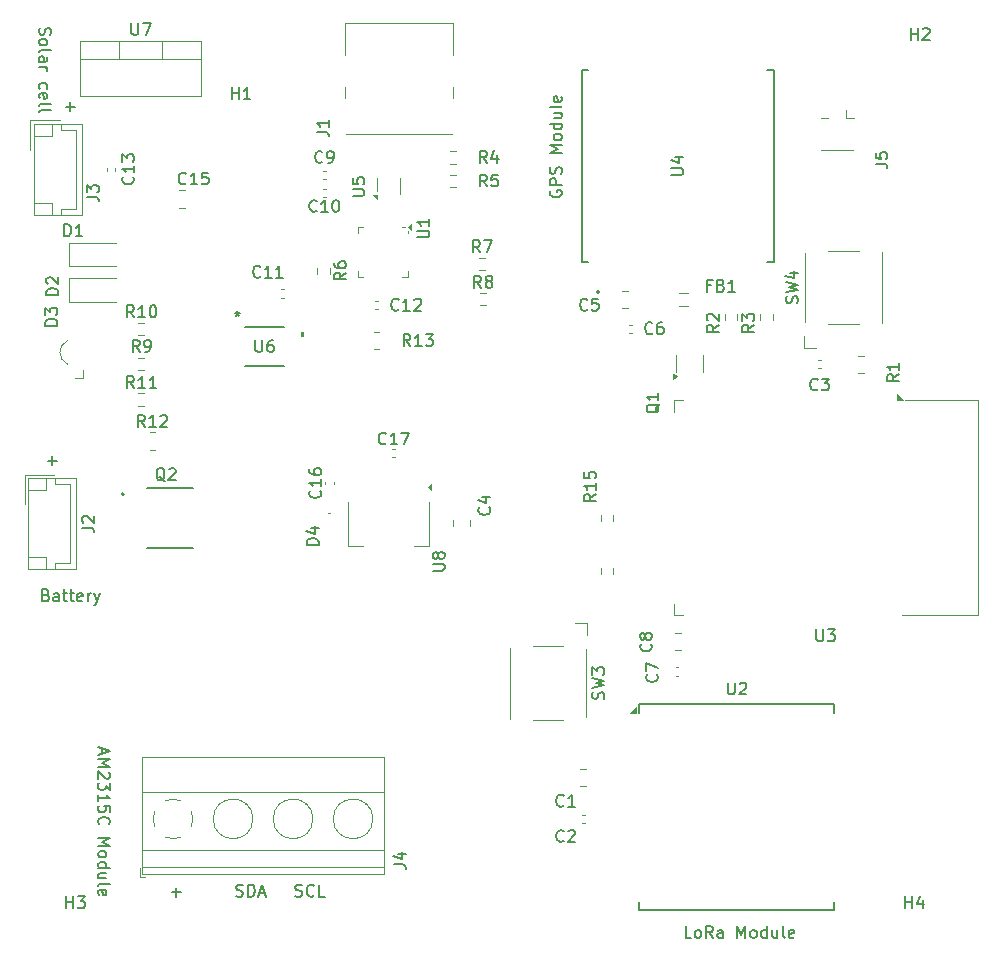
<source format=gbr>
%TF.GenerationSoftware,KiCad,Pcbnew,8.0.4*%
%TF.CreationDate,2024-11-13T20:29:26+01:00*%
%TF.ProjectId,plant,706c616e-742e-46b6-9963-61645f706362,rev?*%
%TF.SameCoordinates,Original*%
%TF.FileFunction,Legend,Top*%
%TF.FilePolarity,Positive*%
%FSLAX46Y46*%
G04 Gerber Fmt 4.6, Leading zero omitted, Abs format (unit mm)*
G04 Created by KiCad (PCBNEW 8.0.4) date 2024-11-13 20:29:26*
%MOMM*%
%LPD*%
G01*
G04 APERTURE LIST*
%ADD10C,0.200000*%
%ADD11C,0.150000*%
%ADD12C,0.000000*%
%ADD13C,0.152400*%
%ADD14C,0.120000*%
%ADD15C,0.127000*%
%ADD16C,0.100000*%
G04 APERTURE END LIST*
D10*
X94414838Y-39106517D02*
X94367219Y-39201755D01*
X94367219Y-39201755D02*
X94367219Y-39344612D01*
X94367219Y-39344612D02*
X94414838Y-39487469D01*
X94414838Y-39487469D02*
X94510076Y-39582707D01*
X94510076Y-39582707D02*
X94605314Y-39630326D01*
X94605314Y-39630326D02*
X94795790Y-39677945D01*
X94795790Y-39677945D02*
X94938647Y-39677945D01*
X94938647Y-39677945D02*
X95129123Y-39630326D01*
X95129123Y-39630326D02*
X95224361Y-39582707D01*
X95224361Y-39582707D02*
X95319600Y-39487469D01*
X95319600Y-39487469D02*
X95367219Y-39344612D01*
X95367219Y-39344612D02*
X95367219Y-39249374D01*
X95367219Y-39249374D02*
X95319600Y-39106517D01*
X95319600Y-39106517D02*
X95271980Y-39058898D01*
X95271980Y-39058898D02*
X94938647Y-39058898D01*
X94938647Y-39058898D02*
X94938647Y-39249374D01*
X95367219Y-38630326D02*
X94367219Y-38630326D01*
X94367219Y-38630326D02*
X94367219Y-38249374D01*
X94367219Y-38249374D02*
X94414838Y-38154136D01*
X94414838Y-38154136D02*
X94462457Y-38106517D01*
X94462457Y-38106517D02*
X94557695Y-38058898D01*
X94557695Y-38058898D02*
X94700552Y-38058898D01*
X94700552Y-38058898D02*
X94795790Y-38106517D01*
X94795790Y-38106517D02*
X94843409Y-38154136D01*
X94843409Y-38154136D02*
X94891028Y-38249374D01*
X94891028Y-38249374D02*
X94891028Y-38630326D01*
X95319600Y-37677945D02*
X95367219Y-37535088D01*
X95367219Y-37535088D02*
X95367219Y-37296993D01*
X95367219Y-37296993D02*
X95319600Y-37201755D01*
X95319600Y-37201755D02*
X95271980Y-37154136D01*
X95271980Y-37154136D02*
X95176742Y-37106517D01*
X95176742Y-37106517D02*
X95081504Y-37106517D01*
X95081504Y-37106517D02*
X94986266Y-37154136D01*
X94986266Y-37154136D02*
X94938647Y-37201755D01*
X94938647Y-37201755D02*
X94891028Y-37296993D01*
X94891028Y-37296993D02*
X94843409Y-37487469D01*
X94843409Y-37487469D02*
X94795790Y-37582707D01*
X94795790Y-37582707D02*
X94748171Y-37630326D01*
X94748171Y-37630326D02*
X94652933Y-37677945D01*
X94652933Y-37677945D02*
X94557695Y-37677945D01*
X94557695Y-37677945D02*
X94462457Y-37630326D01*
X94462457Y-37630326D02*
X94414838Y-37582707D01*
X94414838Y-37582707D02*
X94367219Y-37487469D01*
X94367219Y-37487469D02*
X94367219Y-37249374D01*
X94367219Y-37249374D02*
X94414838Y-37106517D01*
X95367219Y-35916040D02*
X94367219Y-35916040D01*
X94367219Y-35916040D02*
X95081504Y-35582707D01*
X95081504Y-35582707D02*
X94367219Y-35249374D01*
X94367219Y-35249374D02*
X95367219Y-35249374D01*
X95367219Y-34630326D02*
X95319600Y-34725564D01*
X95319600Y-34725564D02*
X95271980Y-34773183D01*
X95271980Y-34773183D02*
X95176742Y-34820802D01*
X95176742Y-34820802D02*
X94891028Y-34820802D01*
X94891028Y-34820802D02*
X94795790Y-34773183D01*
X94795790Y-34773183D02*
X94748171Y-34725564D01*
X94748171Y-34725564D02*
X94700552Y-34630326D01*
X94700552Y-34630326D02*
X94700552Y-34487469D01*
X94700552Y-34487469D02*
X94748171Y-34392231D01*
X94748171Y-34392231D02*
X94795790Y-34344612D01*
X94795790Y-34344612D02*
X94891028Y-34296993D01*
X94891028Y-34296993D02*
X95176742Y-34296993D01*
X95176742Y-34296993D02*
X95271980Y-34344612D01*
X95271980Y-34344612D02*
X95319600Y-34392231D01*
X95319600Y-34392231D02*
X95367219Y-34487469D01*
X95367219Y-34487469D02*
X95367219Y-34630326D01*
X95367219Y-33439850D02*
X94367219Y-33439850D01*
X95319600Y-33439850D02*
X95367219Y-33535088D01*
X95367219Y-33535088D02*
X95367219Y-33725564D01*
X95367219Y-33725564D02*
X95319600Y-33820802D01*
X95319600Y-33820802D02*
X95271980Y-33868421D01*
X95271980Y-33868421D02*
X95176742Y-33916040D01*
X95176742Y-33916040D02*
X94891028Y-33916040D01*
X94891028Y-33916040D02*
X94795790Y-33868421D01*
X94795790Y-33868421D02*
X94748171Y-33820802D01*
X94748171Y-33820802D02*
X94700552Y-33725564D01*
X94700552Y-33725564D02*
X94700552Y-33535088D01*
X94700552Y-33535088D02*
X94748171Y-33439850D01*
X94700552Y-32535088D02*
X95367219Y-32535088D01*
X94700552Y-32963659D02*
X95224361Y-32963659D01*
X95224361Y-32963659D02*
X95319600Y-32916040D01*
X95319600Y-32916040D02*
X95367219Y-32820802D01*
X95367219Y-32820802D02*
X95367219Y-32677945D01*
X95367219Y-32677945D02*
X95319600Y-32582707D01*
X95319600Y-32582707D02*
X95271980Y-32535088D01*
X95367219Y-31916040D02*
X95319600Y-32011278D01*
X95319600Y-32011278D02*
X95224361Y-32058897D01*
X95224361Y-32058897D02*
X94367219Y-32058897D01*
X95319600Y-31154135D02*
X95367219Y-31249373D01*
X95367219Y-31249373D02*
X95367219Y-31439849D01*
X95367219Y-31439849D02*
X95319600Y-31535087D01*
X95319600Y-31535087D02*
X95224361Y-31582706D01*
X95224361Y-31582706D02*
X94843409Y-31582706D01*
X94843409Y-31582706D02*
X94748171Y-31535087D01*
X94748171Y-31535087D02*
X94700552Y-31439849D01*
X94700552Y-31439849D02*
X94700552Y-31249373D01*
X94700552Y-31249373D02*
X94748171Y-31154135D01*
X94748171Y-31154135D02*
X94843409Y-31106516D01*
X94843409Y-31106516D02*
X94938647Y-31106516D01*
X94938647Y-31106516D02*
X95033885Y-31582706D01*
X106345863Y-102367219D02*
X105869673Y-102367219D01*
X105869673Y-102367219D02*
X105869673Y-101367219D01*
X106822054Y-102367219D02*
X106726816Y-102319600D01*
X106726816Y-102319600D02*
X106679197Y-102271980D01*
X106679197Y-102271980D02*
X106631578Y-102176742D01*
X106631578Y-102176742D02*
X106631578Y-101891028D01*
X106631578Y-101891028D02*
X106679197Y-101795790D01*
X106679197Y-101795790D02*
X106726816Y-101748171D01*
X106726816Y-101748171D02*
X106822054Y-101700552D01*
X106822054Y-101700552D02*
X106964911Y-101700552D01*
X106964911Y-101700552D02*
X107060149Y-101748171D01*
X107060149Y-101748171D02*
X107107768Y-101795790D01*
X107107768Y-101795790D02*
X107155387Y-101891028D01*
X107155387Y-101891028D02*
X107155387Y-102176742D01*
X107155387Y-102176742D02*
X107107768Y-102271980D01*
X107107768Y-102271980D02*
X107060149Y-102319600D01*
X107060149Y-102319600D02*
X106964911Y-102367219D01*
X106964911Y-102367219D02*
X106822054Y-102367219D01*
X108155387Y-102367219D02*
X107822054Y-101891028D01*
X107583959Y-102367219D02*
X107583959Y-101367219D01*
X107583959Y-101367219D02*
X107964911Y-101367219D01*
X107964911Y-101367219D02*
X108060149Y-101414838D01*
X108060149Y-101414838D02*
X108107768Y-101462457D01*
X108107768Y-101462457D02*
X108155387Y-101557695D01*
X108155387Y-101557695D02*
X108155387Y-101700552D01*
X108155387Y-101700552D02*
X108107768Y-101795790D01*
X108107768Y-101795790D02*
X108060149Y-101843409D01*
X108060149Y-101843409D02*
X107964911Y-101891028D01*
X107964911Y-101891028D02*
X107583959Y-101891028D01*
X109012530Y-102367219D02*
X109012530Y-101843409D01*
X109012530Y-101843409D02*
X108964911Y-101748171D01*
X108964911Y-101748171D02*
X108869673Y-101700552D01*
X108869673Y-101700552D02*
X108679197Y-101700552D01*
X108679197Y-101700552D02*
X108583959Y-101748171D01*
X109012530Y-102319600D02*
X108917292Y-102367219D01*
X108917292Y-102367219D02*
X108679197Y-102367219D01*
X108679197Y-102367219D02*
X108583959Y-102319600D01*
X108583959Y-102319600D02*
X108536340Y-102224361D01*
X108536340Y-102224361D02*
X108536340Y-102129123D01*
X108536340Y-102129123D02*
X108583959Y-102033885D01*
X108583959Y-102033885D02*
X108679197Y-101986266D01*
X108679197Y-101986266D02*
X108917292Y-101986266D01*
X108917292Y-101986266D02*
X109012530Y-101938647D01*
X110250626Y-102367219D02*
X110250626Y-101367219D01*
X110250626Y-101367219D02*
X110583959Y-102081504D01*
X110583959Y-102081504D02*
X110917292Y-101367219D01*
X110917292Y-101367219D02*
X110917292Y-102367219D01*
X111536340Y-102367219D02*
X111441102Y-102319600D01*
X111441102Y-102319600D02*
X111393483Y-102271980D01*
X111393483Y-102271980D02*
X111345864Y-102176742D01*
X111345864Y-102176742D02*
X111345864Y-101891028D01*
X111345864Y-101891028D02*
X111393483Y-101795790D01*
X111393483Y-101795790D02*
X111441102Y-101748171D01*
X111441102Y-101748171D02*
X111536340Y-101700552D01*
X111536340Y-101700552D02*
X111679197Y-101700552D01*
X111679197Y-101700552D02*
X111774435Y-101748171D01*
X111774435Y-101748171D02*
X111822054Y-101795790D01*
X111822054Y-101795790D02*
X111869673Y-101891028D01*
X111869673Y-101891028D02*
X111869673Y-102176742D01*
X111869673Y-102176742D02*
X111822054Y-102271980D01*
X111822054Y-102271980D02*
X111774435Y-102319600D01*
X111774435Y-102319600D02*
X111679197Y-102367219D01*
X111679197Y-102367219D02*
X111536340Y-102367219D01*
X112726816Y-102367219D02*
X112726816Y-101367219D01*
X112726816Y-102319600D02*
X112631578Y-102367219D01*
X112631578Y-102367219D02*
X112441102Y-102367219D01*
X112441102Y-102367219D02*
X112345864Y-102319600D01*
X112345864Y-102319600D02*
X112298245Y-102271980D01*
X112298245Y-102271980D02*
X112250626Y-102176742D01*
X112250626Y-102176742D02*
X112250626Y-101891028D01*
X112250626Y-101891028D02*
X112298245Y-101795790D01*
X112298245Y-101795790D02*
X112345864Y-101748171D01*
X112345864Y-101748171D02*
X112441102Y-101700552D01*
X112441102Y-101700552D02*
X112631578Y-101700552D01*
X112631578Y-101700552D02*
X112726816Y-101748171D01*
X113631578Y-101700552D02*
X113631578Y-102367219D01*
X113203007Y-101700552D02*
X113203007Y-102224361D01*
X113203007Y-102224361D02*
X113250626Y-102319600D01*
X113250626Y-102319600D02*
X113345864Y-102367219D01*
X113345864Y-102367219D02*
X113488721Y-102367219D01*
X113488721Y-102367219D02*
X113583959Y-102319600D01*
X113583959Y-102319600D02*
X113631578Y-102271980D01*
X114250626Y-102367219D02*
X114155388Y-102319600D01*
X114155388Y-102319600D02*
X114107769Y-102224361D01*
X114107769Y-102224361D02*
X114107769Y-101367219D01*
X115012531Y-102319600D02*
X114917293Y-102367219D01*
X114917293Y-102367219D02*
X114726817Y-102367219D01*
X114726817Y-102367219D02*
X114631579Y-102319600D01*
X114631579Y-102319600D02*
X114583960Y-102224361D01*
X114583960Y-102224361D02*
X114583960Y-101843409D01*
X114583960Y-101843409D02*
X114631579Y-101748171D01*
X114631579Y-101748171D02*
X114726817Y-101700552D01*
X114726817Y-101700552D02*
X114917293Y-101700552D01*
X114917293Y-101700552D02*
X115012531Y-101748171D01*
X115012531Y-101748171D02*
X115060150Y-101843409D01*
X115060150Y-101843409D02*
X115060150Y-101938647D01*
X115060150Y-101938647D02*
X114583960Y-102033885D01*
X53369673Y-31986266D02*
X54131578Y-31986266D01*
X53750625Y-32367219D02*
X53750625Y-31605314D01*
X51180400Y-25322054D02*
X51132780Y-25464911D01*
X51132780Y-25464911D02*
X51132780Y-25703006D01*
X51132780Y-25703006D02*
X51180400Y-25798244D01*
X51180400Y-25798244D02*
X51228019Y-25845863D01*
X51228019Y-25845863D02*
X51323257Y-25893482D01*
X51323257Y-25893482D02*
X51418495Y-25893482D01*
X51418495Y-25893482D02*
X51513733Y-25845863D01*
X51513733Y-25845863D02*
X51561352Y-25798244D01*
X51561352Y-25798244D02*
X51608971Y-25703006D01*
X51608971Y-25703006D02*
X51656590Y-25512530D01*
X51656590Y-25512530D02*
X51704209Y-25417292D01*
X51704209Y-25417292D02*
X51751828Y-25369673D01*
X51751828Y-25369673D02*
X51847066Y-25322054D01*
X51847066Y-25322054D02*
X51942304Y-25322054D01*
X51942304Y-25322054D02*
X52037542Y-25369673D01*
X52037542Y-25369673D02*
X52085161Y-25417292D01*
X52085161Y-25417292D02*
X52132780Y-25512530D01*
X52132780Y-25512530D02*
X52132780Y-25750625D01*
X52132780Y-25750625D02*
X52085161Y-25893482D01*
X51132780Y-26464911D02*
X51180400Y-26369673D01*
X51180400Y-26369673D02*
X51228019Y-26322054D01*
X51228019Y-26322054D02*
X51323257Y-26274435D01*
X51323257Y-26274435D02*
X51608971Y-26274435D01*
X51608971Y-26274435D02*
X51704209Y-26322054D01*
X51704209Y-26322054D02*
X51751828Y-26369673D01*
X51751828Y-26369673D02*
X51799447Y-26464911D01*
X51799447Y-26464911D02*
X51799447Y-26607768D01*
X51799447Y-26607768D02*
X51751828Y-26703006D01*
X51751828Y-26703006D02*
X51704209Y-26750625D01*
X51704209Y-26750625D02*
X51608971Y-26798244D01*
X51608971Y-26798244D02*
X51323257Y-26798244D01*
X51323257Y-26798244D02*
X51228019Y-26750625D01*
X51228019Y-26750625D02*
X51180400Y-26703006D01*
X51180400Y-26703006D02*
X51132780Y-26607768D01*
X51132780Y-26607768D02*
X51132780Y-26464911D01*
X51132780Y-27369673D02*
X51180400Y-27274435D01*
X51180400Y-27274435D02*
X51275638Y-27226816D01*
X51275638Y-27226816D02*
X52132780Y-27226816D01*
X51132780Y-28179197D02*
X51656590Y-28179197D01*
X51656590Y-28179197D02*
X51751828Y-28131578D01*
X51751828Y-28131578D02*
X51799447Y-28036340D01*
X51799447Y-28036340D02*
X51799447Y-27845864D01*
X51799447Y-27845864D02*
X51751828Y-27750626D01*
X51180400Y-28179197D02*
X51132780Y-28083959D01*
X51132780Y-28083959D02*
X51132780Y-27845864D01*
X51132780Y-27845864D02*
X51180400Y-27750626D01*
X51180400Y-27750626D02*
X51275638Y-27703007D01*
X51275638Y-27703007D02*
X51370876Y-27703007D01*
X51370876Y-27703007D02*
X51466114Y-27750626D01*
X51466114Y-27750626D02*
X51513733Y-27845864D01*
X51513733Y-27845864D02*
X51513733Y-28083959D01*
X51513733Y-28083959D02*
X51561352Y-28179197D01*
X51132780Y-28655388D02*
X51799447Y-28655388D01*
X51608971Y-28655388D02*
X51704209Y-28703007D01*
X51704209Y-28703007D02*
X51751828Y-28750626D01*
X51751828Y-28750626D02*
X51799447Y-28845864D01*
X51799447Y-28845864D02*
X51799447Y-28941102D01*
X51180400Y-30464912D02*
X51132780Y-30369674D01*
X51132780Y-30369674D02*
X51132780Y-30179198D01*
X51132780Y-30179198D02*
X51180400Y-30083960D01*
X51180400Y-30083960D02*
X51228019Y-30036341D01*
X51228019Y-30036341D02*
X51323257Y-29988722D01*
X51323257Y-29988722D02*
X51608971Y-29988722D01*
X51608971Y-29988722D02*
X51704209Y-30036341D01*
X51704209Y-30036341D02*
X51751828Y-30083960D01*
X51751828Y-30083960D02*
X51799447Y-30179198D01*
X51799447Y-30179198D02*
X51799447Y-30369674D01*
X51799447Y-30369674D02*
X51751828Y-30464912D01*
X51180400Y-31274436D02*
X51132780Y-31179198D01*
X51132780Y-31179198D02*
X51132780Y-30988722D01*
X51132780Y-30988722D02*
X51180400Y-30893484D01*
X51180400Y-30893484D02*
X51275638Y-30845865D01*
X51275638Y-30845865D02*
X51656590Y-30845865D01*
X51656590Y-30845865D02*
X51751828Y-30893484D01*
X51751828Y-30893484D02*
X51799447Y-30988722D01*
X51799447Y-30988722D02*
X51799447Y-31179198D01*
X51799447Y-31179198D02*
X51751828Y-31274436D01*
X51751828Y-31274436D02*
X51656590Y-31322055D01*
X51656590Y-31322055D02*
X51561352Y-31322055D01*
X51561352Y-31322055D02*
X51466114Y-30845865D01*
X51132780Y-31893484D02*
X51180400Y-31798246D01*
X51180400Y-31798246D02*
X51275638Y-31750627D01*
X51275638Y-31750627D02*
X52132780Y-31750627D01*
X51132780Y-32417294D02*
X51180400Y-32322056D01*
X51180400Y-32322056D02*
X51275638Y-32274437D01*
X51275638Y-32274437D02*
X52132780Y-32274437D01*
X51869673Y-61986266D02*
X52631578Y-61986266D01*
X52250625Y-62367219D02*
X52250625Y-61605314D01*
X51703006Y-73343409D02*
X51845863Y-73391028D01*
X51845863Y-73391028D02*
X51893482Y-73438647D01*
X51893482Y-73438647D02*
X51941101Y-73533885D01*
X51941101Y-73533885D02*
X51941101Y-73676742D01*
X51941101Y-73676742D02*
X51893482Y-73771980D01*
X51893482Y-73771980D02*
X51845863Y-73819600D01*
X51845863Y-73819600D02*
X51750625Y-73867219D01*
X51750625Y-73867219D02*
X51369673Y-73867219D01*
X51369673Y-73867219D02*
X51369673Y-72867219D01*
X51369673Y-72867219D02*
X51703006Y-72867219D01*
X51703006Y-72867219D02*
X51798244Y-72914838D01*
X51798244Y-72914838D02*
X51845863Y-72962457D01*
X51845863Y-72962457D02*
X51893482Y-73057695D01*
X51893482Y-73057695D02*
X51893482Y-73152933D01*
X51893482Y-73152933D02*
X51845863Y-73248171D01*
X51845863Y-73248171D02*
X51798244Y-73295790D01*
X51798244Y-73295790D02*
X51703006Y-73343409D01*
X51703006Y-73343409D02*
X51369673Y-73343409D01*
X52798244Y-73867219D02*
X52798244Y-73343409D01*
X52798244Y-73343409D02*
X52750625Y-73248171D01*
X52750625Y-73248171D02*
X52655387Y-73200552D01*
X52655387Y-73200552D02*
X52464911Y-73200552D01*
X52464911Y-73200552D02*
X52369673Y-73248171D01*
X52798244Y-73819600D02*
X52703006Y-73867219D01*
X52703006Y-73867219D02*
X52464911Y-73867219D01*
X52464911Y-73867219D02*
X52369673Y-73819600D01*
X52369673Y-73819600D02*
X52322054Y-73724361D01*
X52322054Y-73724361D02*
X52322054Y-73629123D01*
X52322054Y-73629123D02*
X52369673Y-73533885D01*
X52369673Y-73533885D02*
X52464911Y-73486266D01*
X52464911Y-73486266D02*
X52703006Y-73486266D01*
X52703006Y-73486266D02*
X52798244Y-73438647D01*
X53131578Y-73200552D02*
X53512530Y-73200552D01*
X53274435Y-72867219D02*
X53274435Y-73724361D01*
X53274435Y-73724361D02*
X53322054Y-73819600D01*
X53322054Y-73819600D02*
X53417292Y-73867219D01*
X53417292Y-73867219D02*
X53512530Y-73867219D01*
X53703007Y-73200552D02*
X54083959Y-73200552D01*
X53845864Y-72867219D02*
X53845864Y-73724361D01*
X53845864Y-73724361D02*
X53893483Y-73819600D01*
X53893483Y-73819600D02*
X53988721Y-73867219D01*
X53988721Y-73867219D02*
X54083959Y-73867219D01*
X54798245Y-73819600D02*
X54703007Y-73867219D01*
X54703007Y-73867219D02*
X54512531Y-73867219D01*
X54512531Y-73867219D02*
X54417293Y-73819600D01*
X54417293Y-73819600D02*
X54369674Y-73724361D01*
X54369674Y-73724361D02*
X54369674Y-73343409D01*
X54369674Y-73343409D02*
X54417293Y-73248171D01*
X54417293Y-73248171D02*
X54512531Y-73200552D01*
X54512531Y-73200552D02*
X54703007Y-73200552D01*
X54703007Y-73200552D02*
X54798245Y-73248171D01*
X54798245Y-73248171D02*
X54845864Y-73343409D01*
X54845864Y-73343409D02*
X54845864Y-73438647D01*
X54845864Y-73438647D02*
X54369674Y-73533885D01*
X55274436Y-73867219D02*
X55274436Y-73200552D01*
X55274436Y-73391028D02*
X55322055Y-73295790D01*
X55322055Y-73295790D02*
X55369674Y-73248171D01*
X55369674Y-73248171D02*
X55464912Y-73200552D01*
X55464912Y-73200552D02*
X55560150Y-73200552D01*
X55798246Y-73200552D02*
X56036341Y-73867219D01*
X56274436Y-73200552D02*
X56036341Y-73867219D01*
X56036341Y-73867219D02*
X55941103Y-74105314D01*
X55941103Y-74105314D02*
X55893484Y-74152933D01*
X55893484Y-74152933D02*
X55798246Y-74200552D01*
X62369673Y-98486266D02*
X63131578Y-98486266D01*
X62750625Y-98867219D02*
X62750625Y-98105314D01*
X72822054Y-98819600D02*
X72964911Y-98867219D01*
X72964911Y-98867219D02*
X73203006Y-98867219D01*
X73203006Y-98867219D02*
X73298244Y-98819600D01*
X73298244Y-98819600D02*
X73345863Y-98771980D01*
X73345863Y-98771980D02*
X73393482Y-98676742D01*
X73393482Y-98676742D02*
X73393482Y-98581504D01*
X73393482Y-98581504D02*
X73345863Y-98486266D01*
X73345863Y-98486266D02*
X73298244Y-98438647D01*
X73298244Y-98438647D02*
X73203006Y-98391028D01*
X73203006Y-98391028D02*
X73012530Y-98343409D01*
X73012530Y-98343409D02*
X72917292Y-98295790D01*
X72917292Y-98295790D02*
X72869673Y-98248171D01*
X72869673Y-98248171D02*
X72822054Y-98152933D01*
X72822054Y-98152933D02*
X72822054Y-98057695D01*
X72822054Y-98057695D02*
X72869673Y-97962457D01*
X72869673Y-97962457D02*
X72917292Y-97914838D01*
X72917292Y-97914838D02*
X73012530Y-97867219D01*
X73012530Y-97867219D02*
X73250625Y-97867219D01*
X73250625Y-97867219D02*
X73393482Y-97914838D01*
X74393482Y-98771980D02*
X74345863Y-98819600D01*
X74345863Y-98819600D02*
X74203006Y-98867219D01*
X74203006Y-98867219D02*
X74107768Y-98867219D01*
X74107768Y-98867219D02*
X73964911Y-98819600D01*
X73964911Y-98819600D02*
X73869673Y-98724361D01*
X73869673Y-98724361D02*
X73822054Y-98629123D01*
X73822054Y-98629123D02*
X73774435Y-98438647D01*
X73774435Y-98438647D02*
X73774435Y-98295790D01*
X73774435Y-98295790D02*
X73822054Y-98105314D01*
X73822054Y-98105314D02*
X73869673Y-98010076D01*
X73869673Y-98010076D02*
X73964911Y-97914838D01*
X73964911Y-97914838D02*
X74107768Y-97867219D01*
X74107768Y-97867219D02*
X74203006Y-97867219D01*
X74203006Y-97867219D02*
X74345863Y-97914838D01*
X74345863Y-97914838D02*
X74393482Y-97962457D01*
X75298244Y-98867219D02*
X74822054Y-98867219D01*
X74822054Y-98867219D02*
X74822054Y-97867219D01*
X67822054Y-98819600D02*
X67964911Y-98867219D01*
X67964911Y-98867219D02*
X68203006Y-98867219D01*
X68203006Y-98867219D02*
X68298244Y-98819600D01*
X68298244Y-98819600D02*
X68345863Y-98771980D01*
X68345863Y-98771980D02*
X68393482Y-98676742D01*
X68393482Y-98676742D02*
X68393482Y-98581504D01*
X68393482Y-98581504D02*
X68345863Y-98486266D01*
X68345863Y-98486266D02*
X68298244Y-98438647D01*
X68298244Y-98438647D02*
X68203006Y-98391028D01*
X68203006Y-98391028D02*
X68012530Y-98343409D01*
X68012530Y-98343409D02*
X67917292Y-98295790D01*
X67917292Y-98295790D02*
X67869673Y-98248171D01*
X67869673Y-98248171D02*
X67822054Y-98152933D01*
X67822054Y-98152933D02*
X67822054Y-98057695D01*
X67822054Y-98057695D02*
X67869673Y-97962457D01*
X67869673Y-97962457D02*
X67917292Y-97914838D01*
X67917292Y-97914838D02*
X68012530Y-97867219D01*
X68012530Y-97867219D02*
X68250625Y-97867219D01*
X68250625Y-97867219D02*
X68393482Y-97914838D01*
X68822054Y-98867219D02*
X68822054Y-97867219D01*
X68822054Y-97867219D02*
X69060149Y-97867219D01*
X69060149Y-97867219D02*
X69203006Y-97914838D01*
X69203006Y-97914838D02*
X69298244Y-98010076D01*
X69298244Y-98010076D02*
X69345863Y-98105314D01*
X69345863Y-98105314D02*
X69393482Y-98295790D01*
X69393482Y-98295790D02*
X69393482Y-98438647D01*
X69393482Y-98438647D02*
X69345863Y-98629123D01*
X69345863Y-98629123D02*
X69298244Y-98724361D01*
X69298244Y-98724361D02*
X69203006Y-98819600D01*
X69203006Y-98819600D02*
X69060149Y-98867219D01*
X69060149Y-98867219D02*
X68822054Y-98867219D01*
X69774435Y-98581504D02*
X70250625Y-98581504D01*
X69679197Y-98867219D02*
X70012530Y-97867219D01*
X70012530Y-97867219D02*
X70345863Y-98867219D01*
X56418495Y-86322054D02*
X56418495Y-86798244D01*
X56132780Y-86226816D02*
X57132780Y-86560149D01*
X57132780Y-86560149D02*
X56132780Y-86893482D01*
X56132780Y-87226816D02*
X57132780Y-87226816D01*
X57132780Y-87226816D02*
X56418495Y-87560149D01*
X56418495Y-87560149D02*
X57132780Y-87893482D01*
X57132780Y-87893482D02*
X56132780Y-87893482D01*
X57037542Y-88322054D02*
X57085161Y-88369673D01*
X57085161Y-88369673D02*
X57132780Y-88464911D01*
X57132780Y-88464911D02*
X57132780Y-88703006D01*
X57132780Y-88703006D02*
X57085161Y-88798244D01*
X57085161Y-88798244D02*
X57037542Y-88845863D01*
X57037542Y-88845863D02*
X56942304Y-88893482D01*
X56942304Y-88893482D02*
X56847066Y-88893482D01*
X56847066Y-88893482D02*
X56704209Y-88845863D01*
X56704209Y-88845863D02*
X56132780Y-88274435D01*
X56132780Y-88274435D02*
X56132780Y-88893482D01*
X57132780Y-89226816D02*
X57132780Y-89845863D01*
X57132780Y-89845863D02*
X56751828Y-89512530D01*
X56751828Y-89512530D02*
X56751828Y-89655387D01*
X56751828Y-89655387D02*
X56704209Y-89750625D01*
X56704209Y-89750625D02*
X56656590Y-89798244D01*
X56656590Y-89798244D02*
X56561352Y-89845863D01*
X56561352Y-89845863D02*
X56323257Y-89845863D01*
X56323257Y-89845863D02*
X56228019Y-89798244D01*
X56228019Y-89798244D02*
X56180400Y-89750625D01*
X56180400Y-89750625D02*
X56132780Y-89655387D01*
X56132780Y-89655387D02*
X56132780Y-89369673D01*
X56132780Y-89369673D02*
X56180400Y-89274435D01*
X56180400Y-89274435D02*
X56228019Y-89226816D01*
X56132780Y-90798244D02*
X56132780Y-90226816D01*
X56132780Y-90512530D02*
X57132780Y-90512530D01*
X57132780Y-90512530D02*
X56989923Y-90417292D01*
X56989923Y-90417292D02*
X56894685Y-90322054D01*
X56894685Y-90322054D02*
X56847066Y-90226816D01*
X57132780Y-91703006D02*
X57132780Y-91226816D01*
X57132780Y-91226816D02*
X56656590Y-91179197D01*
X56656590Y-91179197D02*
X56704209Y-91226816D01*
X56704209Y-91226816D02*
X56751828Y-91322054D01*
X56751828Y-91322054D02*
X56751828Y-91560149D01*
X56751828Y-91560149D02*
X56704209Y-91655387D01*
X56704209Y-91655387D02*
X56656590Y-91703006D01*
X56656590Y-91703006D02*
X56561352Y-91750625D01*
X56561352Y-91750625D02*
X56323257Y-91750625D01*
X56323257Y-91750625D02*
X56228019Y-91703006D01*
X56228019Y-91703006D02*
X56180400Y-91655387D01*
X56180400Y-91655387D02*
X56132780Y-91560149D01*
X56132780Y-91560149D02*
X56132780Y-91322054D01*
X56132780Y-91322054D02*
X56180400Y-91226816D01*
X56180400Y-91226816D02*
X56228019Y-91179197D01*
X56228019Y-92750625D02*
X56180400Y-92703006D01*
X56180400Y-92703006D02*
X56132780Y-92560149D01*
X56132780Y-92560149D02*
X56132780Y-92464911D01*
X56132780Y-92464911D02*
X56180400Y-92322054D01*
X56180400Y-92322054D02*
X56275638Y-92226816D01*
X56275638Y-92226816D02*
X56370876Y-92179197D01*
X56370876Y-92179197D02*
X56561352Y-92131578D01*
X56561352Y-92131578D02*
X56704209Y-92131578D01*
X56704209Y-92131578D02*
X56894685Y-92179197D01*
X56894685Y-92179197D02*
X56989923Y-92226816D01*
X56989923Y-92226816D02*
X57085161Y-92322054D01*
X57085161Y-92322054D02*
X57132780Y-92464911D01*
X57132780Y-92464911D02*
X57132780Y-92560149D01*
X57132780Y-92560149D02*
X57085161Y-92703006D01*
X57085161Y-92703006D02*
X57037542Y-92750625D01*
X56132780Y-93941102D02*
X57132780Y-93941102D01*
X57132780Y-93941102D02*
X56418495Y-94274435D01*
X56418495Y-94274435D02*
X57132780Y-94607768D01*
X57132780Y-94607768D02*
X56132780Y-94607768D01*
X56132780Y-95226816D02*
X56180400Y-95131578D01*
X56180400Y-95131578D02*
X56228019Y-95083959D01*
X56228019Y-95083959D02*
X56323257Y-95036340D01*
X56323257Y-95036340D02*
X56608971Y-95036340D01*
X56608971Y-95036340D02*
X56704209Y-95083959D01*
X56704209Y-95083959D02*
X56751828Y-95131578D01*
X56751828Y-95131578D02*
X56799447Y-95226816D01*
X56799447Y-95226816D02*
X56799447Y-95369673D01*
X56799447Y-95369673D02*
X56751828Y-95464911D01*
X56751828Y-95464911D02*
X56704209Y-95512530D01*
X56704209Y-95512530D02*
X56608971Y-95560149D01*
X56608971Y-95560149D02*
X56323257Y-95560149D01*
X56323257Y-95560149D02*
X56228019Y-95512530D01*
X56228019Y-95512530D02*
X56180400Y-95464911D01*
X56180400Y-95464911D02*
X56132780Y-95369673D01*
X56132780Y-95369673D02*
X56132780Y-95226816D01*
X56132780Y-96417292D02*
X57132780Y-96417292D01*
X56180400Y-96417292D02*
X56132780Y-96322054D01*
X56132780Y-96322054D02*
X56132780Y-96131578D01*
X56132780Y-96131578D02*
X56180400Y-96036340D01*
X56180400Y-96036340D02*
X56228019Y-95988721D01*
X56228019Y-95988721D02*
X56323257Y-95941102D01*
X56323257Y-95941102D02*
X56608971Y-95941102D01*
X56608971Y-95941102D02*
X56704209Y-95988721D01*
X56704209Y-95988721D02*
X56751828Y-96036340D01*
X56751828Y-96036340D02*
X56799447Y-96131578D01*
X56799447Y-96131578D02*
X56799447Y-96322054D01*
X56799447Y-96322054D02*
X56751828Y-96417292D01*
X56799447Y-97322054D02*
X56132780Y-97322054D01*
X56799447Y-96893483D02*
X56275638Y-96893483D01*
X56275638Y-96893483D02*
X56180400Y-96941102D01*
X56180400Y-96941102D02*
X56132780Y-97036340D01*
X56132780Y-97036340D02*
X56132780Y-97179197D01*
X56132780Y-97179197D02*
X56180400Y-97274435D01*
X56180400Y-97274435D02*
X56228019Y-97322054D01*
X56132780Y-97941102D02*
X56180400Y-97845864D01*
X56180400Y-97845864D02*
X56275638Y-97798245D01*
X56275638Y-97798245D02*
X57132780Y-97798245D01*
X56180400Y-98703007D02*
X56132780Y-98607769D01*
X56132780Y-98607769D02*
X56132780Y-98417293D01*
X56132780Y-98417293D02*
X56180400Y-98322055D01*
X56180400Y-98322055D02*
X56275638Y-98274436D01*
X56275638Y-98274436D02*
X56656590Y-98274436D01*
X56656590Y-98274436D02*
X56751828Y-98322055D01*
X56751828Y-98322055D02*
X56799447Y-98417293D01*
X56799447Y-98417293D02*
X56799447Y-98607769D01*
X56799447Y-98607769D02*
X56751828Y-98703007D01*
X56751828Y-98703007D02*
X56656590Y-98750626D01*
X56656590Y-98750626D02*
X56561352Y-98750626D01*
X56561352Y-98750626D02*
X56466114Y-98274436D01*
D11*
X69444345Y-51748569D02*
X69444345Y-52558092D01*
X69444345Y-52558092D02*
X69491964Y-52653330D01*
X69491964Y-52653330D02*
X69539583Y-52700950D01*
X69539583Y-52700950D02*
X69634821Y-52748569D01*
X69634821Y-52748569D02*
X69825297Y-52748569D01*
X69825297Y-52748569D02*
X69920535Y-52700950D01*
X69920535Y-52700950D02*
X69968154Y-52653330D01*
X69968154Y-52653330D02*
X70015773Y-52558092D01*
X70015773Y-52558092D02*
X70015773Y-51748569D01*
X70920535Y-51748569D02*
X70730059Y-51748569D01*
X70730059Y-51748569D02*
X70634821Y-51796188D01*
X70634821Y-51796188D02*
X70587202Y-51843807D01*
X70587202Y-51843807D02*
X70491964Y-51986664D01*
X70491964Y-51986664D02*
X70444345Y-52177140D01*
X70444345Y-52177140D02*
X70444345Y-52558092D01*
X70444345Y-52558092D02*
X70491964Y-52653330D01*
X70491964Y-52653330D02*
X70539583Y-52700950D01*
X70539583Y-52700950D02*
X70634821Y-52748569D01*
X70634821Y-52748569D02*
X70825297Y-52748569D01*
X70825297Y-52748569D02*
X70920535Y-52700950D01*
X70920535Y-52700950D02*
X70968154Y-52653330D01*
X70968154Y-52653330D02*
X71015773Y-52558092D01*
X71015773Y-52558092D02*
X71015773Y-52319997D01*
X71015773Y-52319997D02*
X70968154Y-52224759D01*
X70968154Y-52224759D02*
X70920535Y-52177140D01*
X70920535Y-52177140D02*
X70825297Y-52129521D01*
X70825297Y-52129521D02*
X70634821Y-52129521D01*
X70634821Y-52129521D02*
X70539583Y-52177140D01*
X70539583Y-52177140D02*
X70491964Y-52224759D01*
X70491964Y-52224759D02*
X70444345Y-52319997D01*
X67907550Y-49275369D02*
X67907550Y-49513464D01*
X67669455Y-49418226D02*
X67907550Y-49513464D01*
X67907550Y-49513464D02*
X68145645Y-49418226D01*
X67764693Y-49703940D02*
X67907550Y-49513464D01*
X67907550Y-49513464D02*
X68050407Y-49703940D01*
X67907550Y-49275369D02*
X67907550Y-49513464D01*
X67669455Y-49418226D02*
X67907550Y-49513464D01*
X67907550Y-49513464D02*
X68145645Y-49418226D01*
X67764693Y-49703940D02*
X67907550Y-49513464D01*
X67907550Y-49513464D02*
X68050407Y-49703940D01*
X104661069Y-37755654D02*
X105470592Y-37755654D01*
X105470592Y-37755654D02*
X105565830Y-37708035D01*
X105565830Y-37708035D02*
X105613450Y-37660416D01*
X105613450Y-37660416D02*
X105661069Y-37565178D01*
X105661069Y-37565178D02*
X105661069Y-37374702D01*
X105661069Y-37374702D02*
X105613450Y-37279464D01*
X105613450Y-37279464D02*
X105565830Y-37231845D01*
X105565830Y-37231845D02*
X105470592Y-37184226D01*
X105470592Y-37184226D02*
X104661069Y-37184226D01*
X104994402Y-36279464D02*
X105661069Y-36279464D01*
X104613450Y-36517559D02*
X105327735Y-36755654D01*
X105327735Y-36755654D02*
X105327735Y-36136607D01*
X52748569Y-47944344D02*
X51748569Y-47944344D01*
X51748569Y-47944344D02*
X51748569Y-47706249D01*
X51748569Y-47706249D02*
X51796188Y-47563392D01*
X51796188Y-47563392D02*
X51891426Y-47468154D01*
X51891426Y-47468154D02*
X51986664Y-47420535D01*
X51986664Y-47420535D02*
X52177140Y-47372916D01*
X52177140Y-47372916D02*
X52319997Y-47372916D01*
X52319997Y-47372916D02*
X52510473Y-47420535D01*
X52510473Y-47420535D02*
X52605711Y-47468154D01*
X52605711Y-47468154D02*
X52700950Y-47563392D01*
X52700950Y-47563392D02*
X52748569Y-47706249D01*
X52748569Y-47706249D02*
X52748569Y-47944344D01*
X51843807Y-46991963D02*
X51796188Y-46944344D01*
X51796188Y-46944344D02*
X51748569Y-46849106D01*
X51748569Y-46849106D02*
X51748569Y-46611011D01*
X51748569Y-46611011D02*
X51796188Y-46515773D01*
X51796188Y-46515773D02*
X51843807Y-46468154D01*
X51843807Y-46468154D02*
X51939045Y-46420535D01*
X51939045Y-46420535D02*
X52034283Y-46420535D01*
X52034283Y-46420535D02*
X52177140Y-46468154D01*
X52177140Y-46468154D02*
X52748569Y-47039582D01*
X52748569Y-47039582D02*
X52748569Y-46420535D01*
X53444345Y-99848569D02*
X53444345Y-98848569D01*
X53444345Y-99324759D02*
X54015773Y-99324759D01*
X54015773Y-99848569D02*
X54015773Y-98848569D01*
X54396726Y-98848569D02*
X55015773Y-98848569D01*
X55015773Y-98848569D02*
X54682440Y-99229521D01*
X54682440Y-99229521D02*
X54825297Y-99229521D01*
X54825297Y-99229521D02*
X54920535Y-99277140D01*
X54920535Y-99277140D02*
X54968154Y-99324759D01*
X54968154Y-99324759D02*
X55015773Y-99419997D01*
X55015773Y-99419997D02*
X55015773Y-99658092D01*
X55015773Y-99658092D02*
X54968154Y-99753330D01*
X54968154Y-99753330D02*
X54920535Y-99800950D01*
X54920535Y-99800950D02*
X54825297Y-99848569D01*
X54825297Y-99848569D02*
X54539583Y-99848569D01*
X54539583Y-99848569D02*
X54444345Y-99800950D01*
X54444345Y-99800950D02*
X54396726Y-99753330D01*
X59150892Y-49818569D02*
X58817559Y-49342378D01*
X58579464Y-49818569D02*
X58579464Y-48818569D01*
X58579464Y-48818569D02*
X58960416Y-48818569D01*
X58960416Y-48818569D02*
X59055654Y-48866188D01*
X59055654Y-48866188D02*
X59103273Y-48913807D01*
X59103273Y-48913807D02*
X59150892Y-49009045D01*
X59150892Y-49009045D02*
X59150892Y-49151902D01*
X59150892Y-49151902D02*
X59103273Y-49247140D01*
X59103273Y-49247140D02*
X59055654Y-49294759D01*
X59055654Y-49294759D02*
X58960416Y-49342378D01*
X58960416Y-49342378D02*
X58579464Y-49342378D01*
X60103273Y-49818569D02*
X59531845Y-49818569D01*
X59817559Y-49818569D02*
X59817559Y-48818569D01*
X59817559Y-48818569D02*
X59722321Y-48961426D01*
X59722321Y-48961426D02*
X59627083Y-49056664D01*
X59627083Y-49056664D02*
X59531845Y-49104283D01*
X60722321Y-48818569D02*
X60817559Y-48818569D01*
X60817559Y-48818569D02*
X60912797Y-48866188D01*
X60912797Y-48866188D02*
X60960416Y-48913807D01*
X60960416Y-48913807D02*
X61008035Y-49009045D01*
X61008035Y-49009045D02*
X61055654Y-49199521D01*
X61055654Y-49199521D02*
X61055654Y-49437616D01*
X61055654Y-49437616D02*
X61008035Y-49628092D01*
X61008035Y-49628092D02*
X60960416Y-49723330D01*
X60960416Y-49723330D02*
X60912797Y-49770950D01*
X60912797Y-49770950D02*
X60817559Y-49818569D01*
X60817559Y-49818569D02*
X60722321Y-49818569D01*
X60722321Y-49818569D02*
X60627083Y-49770950D01*
X60627083Y-49770950D02*
X60579464Y-49723330D01*
X60579464Y-49723330D02*
X60531845Y-49628092D01*
X60531845Y-49628092D02*
X60484226Y-49437616D01*
X60484226Y-49437616D02*
X60484226Y-49199521D01*
X60484226Y-49199521D02*
X60531845Y-49009045D01*
X60531845Y-49009045D02*
X60579464Y-48913807D01*
X60579464Y-48913807D02*
X60627083Y-48866188D01*
X60627083Y-48866188D02*
X60722321Y-48818569D01*
X124944345Y-26348569D02*
X124944345Y-25348569D01*
X124944345Y-25824759D02*
X125515773Y-25824759D01*
X125515773Y-26348569D02*
X125515773Y-25348569D01*
X125944345Y-25443807D02*
X125991964Y-25396188D01*
X125991964Y-25396188D02*
X126087202Y-25348569D01*
X126087202Y-25348569D02*
X126325297Y-25348569D01*
X126325297Y-25348569D02*
X126420535Y-25396188D01*
X126420535Y-25396188D02*
X126468154Y-25443807D01*
X126468154Y-25443807D02*
X126515773Y-25539045D01*
X126515773Y-25539045D02*
X126515773Y-25634283D01*
X126515773Y-25634283D02*
X126468154Y-25777140D01*
X126468154Y-25777140D02*
X125896726Y-26348569D01*
X125896726Y-26348569D02*
X126515773Y-26348569D01*
X123919530Y-54656047D02*
X123443339Y-54989380D01*
X123919530Y-55227475D02*
X122919530Y-55227475D01*
X122919530Y-55227475D02*
X122919530Y-54846523D01*
X122919530Y-54846523D02*
X122967149Y-54751285D01*
X122967149Y-54751285D02*
X123014768Y-54703666D01*
X123014768Y-54703666D02*
X123110006Y-54656047D01*
X123110006Y-54656047D02*
X123252863Y-54656047D01*
X123252863Y-54656047D02*
X123348101Y-54703666D01*
X123348101Y-54703666D02*
X123395720Y-54751285D01*
X123395720Y-54751285D02*
X123443339Y-54846523D01*
X123443339Y-54846523D02*
X123443339Y-55227475D01*
X123919530Y-53703666D02*
X123919530Y-54275094D01*
X123919530Y-53989380D02*
X122919530Y-53989380D01*
X122919530Y-53989380D02*
X123062387Y-54084618D01*
X123062387Y-54084618D02*
X123157625Y-54179856D01*
X123157625Y-54179856D02*
X123205244Y-54275094D01*
X121954819Y-36833333D02*
X122669104Y-36833333D01*
X122669104Y-36833333D02*
X122811961Y-36880952D01*
X122811961Y-36880952D02*
X122907200Y-36976190D01*
X122907200Y-36976190D02*
X122954819Y-37119047D01*
X122954819Y-37119047D02*
X122954819Y-37214285D01*
X121954819Y-35880952D02*
X121954819Y-36357142D01*
X121954819Y-36357142D02*
X122431009Y-36404761D01*
X122431009Y-36404761D02*
X122383390Y-36357142D01*
X122383390Y-36357142D02*
X122335771Y-36261904D01*
X122335771Y-36261904D02*
X122335771Y-36023809D01*
X122335771Y-36023809D02*
X122383390Y-35928571D01*
X122383390Y-35928571D02*
X122431009Y-35880952D01*
X122431009Y-35880952D02*
X122526247Y-35833333D01*
X122526247Y-35833333D02*
X122764342Y-35833333D01*
X122764342Y-35833333D02*
X122859580Y-35880952D01*
X122859580Y-35880952D02*
X122907200Y-35928571D01*
X122907200Y-35928571D02*
X122954819Y-36023809D01*
X122954819Y-36023809D02*
X122954819Y-36261904D01*
X122954819Y-36261904D02*
X122907200Y-36357142D01*
X122907200Y-36357142D02*
X122859580Y-36404761D01*
X52661069Y-50531844D02*
X51661069Y-50531844D01*
X51661069Y-50531844D02*
X51661069Y-50293749D01*
X51661069Y-50293749D02*
X51708688Y-50150892D01*
X51708688Y-50150892D02*
X51803926Y-50055654D01*
X51803926Y-50055654D02*
X51899164Y-50008035D01*
X51899164Y-50008035D02*
X52089640Y-49960416D01*
X52089640Y-49960416D02*
X52232497Y-49960416D01*
X52232497Y-49960416D02*
X52422973Y-50008035D01*
X52422973Y-50008035D02*
X52518211Y-50055654D01*
X52518211Y-50055654D02*
X52613450Y-50150892D01*
X52613450Y-50150892D02*
X52661069Y-50293749D01*
X52661069Y-50293749D02*
X52661069Y-50531844D01*
X51661069Y-49627082D02*
X51661069Y-49008035D01*
X51661069Y-49008035D02*
X52042021Y-49341368D01*
X52042021Y-49341368D02*
X52042021Y-49198511D01*
X52042021Y-49198511D02*
X52089640Y-49103273D01*
X52089640Y-49103273D02*
X52137259Y-49055654D01*
X52137259Y-49055654D02*
X52232497Y-49008035D01*
X52232497Y-49008035D02*
X52470592Y-49008035D01*
X52470592Y-49008035D02*
X52565830Y-49055654D01*
X52565830Y-49055654D02*
X52613450Y-49103273D01*
X52613450Y-49103273D02*
X52661069Y-49198511D01*
X52661069Y-49198511D02*
X52661069Y-49484225D01*
X52661069Y-49484225D02*
X52613450Y-49579463D01*
X52613450Y-49579463D02*
X52565830Y-49627082D01*
X69857142Y-46359580D02*
X69809523Y-46407200D01*
X69809523Y-46407200D02*
X69666666Y-46454819D01*
X69666666Y-46454819D02*
X69571428Y-46454819D01*
X69571428Y-46454819D02*
X69428571Y-46407200D01*
X69428571Y-46407200D02*
X69333333Y-46311961D01*
X69333333Y-46311961D02*
X69285714Y-46216723D01*
X69285714Y-46216723D02*
X69238095Y-46026247D01*
X69238095Y-46026247D02*
X69238095Y-45883390D01*
X69238095Y-45883390D02*
X69285714Y-45692914D01*
X69285714Y-45692914D02*
X69333333Y-45597676D01*
X69333333Y-45597676D02*
X69428571Y-45502438D01*
X69428571Y-45502438D02*
X69571428Y-45454819D01*
X69571428Y-45454819D02*
X69666666Y-45454819D01*
X69666666Y-45454819D02*
X69809523Y-45502438D01*
X69809523Y-45502438D02*
X69857142Y-45550057D01*
X70809523Y-46454819D02*
X70238095Y-46454819D01*
X70523809Y-46454819D02*
X70523809Y-45454819D01*
X70523809Y-45454819D02*
X70428571Y-45597676D01*
X70428571Y-45597676D02*
X70333333Y-45692914D01*
X70333333Y-45692914D02*
X70238095Y-45740533D01*
X71761904Y-46454819D02*
X71190476Y-46454819D01*
X71476190Y-46454819D02*
X71476190Y-45454819D01*
X71476190Y-45454819D02*
X71380952Y-45597676D01*
X71380952Y-45597676D02*
X71285714Y-45692914D01*
X71285714Y-45692914D02*
X71190476Y-45740533D01*
X55161069Y-39627083D02*
X55875354Y-39627083D01*
X55875354Y-39627083D02*
X56018211Y-39674702D01*
X56018211Y-39674702D02*
X56113450Y-39769940D01*
X56113450Y-39769940D02*
X56161069Y-39912797D01*
X56161069Y-39912797D02*
X56161069Y-40008035D01*
X55161069Y-39246130D02*
X55161069Y-38627083D01*
X55161069Y-38627083D02*
X55542021Y-38960416D01*
X55542021Y-38960416D02*
X55542021Y-38817559D01*
X55542021Y-38817559D02*
X55589640Y-38722321D01*
X55589640Y-38722321D02*
X55637259Y-38674702D01*
X55637259Y-38674702D02*
X55732497Y-38627083D01*
X55732497Y-38627083D02*
X55970592Y-38627083D01*
X55970592Y-38627083D02*
X56065830Y-38674702D01*
X56065830Y-38674702D02*
X56113450Y-38722321D01*
X56113450Y-38722321D02*
X56161069Y-38817559D01*
X56161069Y-38817559D02*
X56161069Y-39103273D01*
X56161069Y-39103273D02*
X56113450Y-39198511D01*
X56113450Y-39198511D02*
X56065830Y-39246130D01*
X77091069Y-46047916D02*
X76614878Y-46381249D01*
X77091069Y-46619344D02*
X76091069Y-46619344D01*
X76091069Y-46619344D02*
X76091069Y-46238392D01*
X76091069Y-46238392D02*
X76138688Y-46143154D01*
X76138688Y-46143154D02*
X76186307Y-46095535D01*
X76186307Y-46095535D02*
X76281545Y-46047916D01*
X76281545Y-46047916D02*
X76424402Y-46047916D01*
X76424402Y-46047916D02*
X76519640Y-46095535D01*
X76519640Y-46095535D02*
X76567259Y-46143154D01*
X76567259Y-46143154D02*
X76614878Y-46238392D01*
X76614878Y-46238392D02*
X76614878Y-46619344D01*
X76091069Y-45190773D02*
X76091069Y-45381249D01*
X76091069Y-45381249D02*
X76138688Y-45476487D01*
X76138688Y-45476487D02*
X76186307Y-45524106D01*
X76186307Y-45524106D02*
X76329164Y-45619344D01*
X76329164Y-45619344D02*
X76519640Y-45666963D01*
X76519640Y-45666963D02*
X76900592Y-45666963D01*
X76900592Y-45666963D02*
X76995830Y-45619344D01*
X76995830Y-45619344D02*
X77043450Y-45571725D01*
X77043450Y-45571725D02*
X77091069Y-45476487D01*
X77091069Y-45476487D02*
X77091069Y-45286011D01*
X77091069Y-45286011D02*
X77043450Y-45190773D01*
X77043450Y-45190773D02*
X76995830Y-45143154D01*
X76995830Y-45143154D02*
X76900592Y-45095535D01*
X76900592Y-45095535D02*
X76662497Y-45095535D01*
X76662497Y-45095535D02*
X76567259Y-45143154D01*
X76567259Y-45143154D02*
X76519640Y-45190773D01*
X76519640Y-45190773D02*
X76472021Y-45286011D01*
X76472021Y-45286011D02*
X76472021Y-45476487D01*
X76472021Y-45476487D02*
X76519640Y-45571725D01*
X76519640Y-45571725D02*
X76567259Y-45619344D01*
X76567259Y-45619344D02*
X76662497Y-45666963D01*
X108010608Y-47116050D02*
X107677275Y-47116050D01*
X107677275Y-47639860D02*
X107677275Y-46639860D01*
X107677275Y-46639860D02*
X108153465Y-46639860D01*
X108867751Y-47116050D02*
X109010608Y-47163669D01*
X109010608Y-47163669D02*
X109058227Y-47211288D01*
X109058227Y-47211288D02*
X109105846Y-47306526D01*
X109105846Y-47306526D02*
X109105846Y-47449383D01*
X109105846Y-47449383D02*
X109058227Y-47544621D01*
X109058227Y-47544621D02*
X109010608Y-47592241D01*
X109010608Y-47592241D02*
X108915370Y-47639860D01*
X108915370Y-47639860D02*
X108534418Y-47639860D01*
X108534418Y-47639860D02*
X108534418Y-46639860D01*
X108534418Y-46639860D02*
X108867751Y-46639860D01*
X108867751Y-46639860D02*
X108962989Y-46687479D01*
X108962989Y-46687479D02*
X109010608Y-46735098D01*
X109010608Y-46735098D02*
X109058227Y-46830336D01*
X109058227Y-46830336D02*
X109058227Y-46925574D01*
X109058227Y-46925574D02*
X109010608Y-47020812D01*
X109010608Y-47020812D02*
X108962989Y-47068431D01*
X108962989Y-47068431D02*
X108867751Y-47116050D01*
X108867751Y-47116050D02*
X108534418Y-47116050D01*
X110058227Y-47639860D02*
X109486799Y-47639860D01*
X109772513Y-47639860D02*
X109772513Y-46639860D01*
X109772513Y-46639860D02*
X109677275Y-46782717D01*
X109677275Y-46782717D02*
X109582037Y-46877955D01*
X109582037Y-46877955D02*
X109486799Y-46925574D01*
X103039583Y-51153330D02*
X102991964Y-51200950D01*
X102991964Y-51200950D02*
X102849107Y-51248569D01*
X102849107Y-51248569D02*
X102753869Y-51248569D01*
X102753869Y-51248569D02*
X102611012Y-51200950D01*
X102611012Y-51200950D02*
X102515774Y-51105711D01*
X102515774Y-51105711D02*
X102468155Y-51010473D01*
X102468155Y-51010473D02*
X102420536Y-50819997D01*
X102420536Y-50819997D02*
X102420536Y-50677140D01*
X102420536Y-50677140D02*
X102468155Y-50486664D01*
X102468155Y-50486664D02*
X102515774Y-50391426D01*
X102515774Y-50391426D02*
X102611012Y-50296188D01*
X102611012Y-50296188D02*
X102753869Y-50248569D01*
X102753869Y-50248569D02*
X102849107Y-50248569D01*
X102849107Y-50248569D02*
X102991964Y-50296188D01*
X102991964Y-50296188D02*
X103039583Y-50343807D01*
X103896726Y-50248569D02*
X103706250Y-50248569D01*
X103706250Y-50248569D02*
X103611012Y-50296188D01*
X103611012Y-50296188D02*
X103563393Y-50343807D01*
X103563393Y-50343807D02*
X103468155Y-50486664D01*
X103468155Y-50486664D02*
X103420536Y-50677140D01*
X103420536Y-50677140D02*
X103420536Y-51058092D01*
X103420536Y-51058092D02*
X103468155Y-51153330D01*
X103468155Y-51153330D02*
X103515774Y-51200950D01*
X103515774Y-51200950D02*
X103611012Y-51248569D01*
X103611012Y-51248569D02*
X103801488Y-51248569D01*
X103801488Y-51248569D02*
X103896726Y-51200950D01*
X103896726Y-51200950D02*
X103944345Y-51153330D01*
X103944345Y-51153330D02*
X103991964Y-51058092D01*
X103991964Y-51058092D02*
X103991964Y-50819997D01*
X103991964Y-50819997D02*
X103944345Y-50724759D01*
X103944345Y-50724759D02*
X103896726Y-50677140D01*
X103896726Y-50677140D02*
X103801488Y-50629521D01*
X103801488Y-50629521D02*
X103611012Y-50629521D01*
X103611012Y-50629521D02*
X103515774Y-50677140D01*
X103515774Y-50677140D02*
X103468155Y-50724759D01*
X103468155Y-50724759D02*
X103420536Y-50819997D01*
X88452083Y-44318569D02*
X88118750Y-43842378D01*
X87880655Y-44318569D02*
X87880655Y-43318569D01*
X87880655Y-43318569D02*
X88261607Y-43318569D01*
X88261607Y-43318569D02*
X88356845Y-43366188D01*
X88356845Y-43366188D02*
X88404464Y-43413807D01*
X88404464Y-43413807D02*
X88452083Y-43509045D01*
X88452083Y-43509045D02*
X88452083Y-43651902D01*
X88452083Y-43651902D02*
X88404464Y-43747140D01*
X88404464Y-43747140D02*
X88356845Y-43794759D01*
X88356845Y-43794759D02*
X88261607Y-43842378D01*
X88261607Y-43842378D02*
X87880655Y-43842378D01*
X88785417Y-43318569D02*
X89452083Y-43318569D01*
X89452083Y-43318569D02*
X89023512Y-44318569D01*
X98269750Y-64786881D02*
X97793559Y-65120214D01*
X98269750Y-65358309D02*
X97269750Y-65358309D01*
X97269750Y-65358309D02*
X97269750Y-64977357D01*
X97269750Y-64977357D02*
X97317369Y-64882119D01*
X97317369Y-64882119D02*
X97364988Y-64834500D01*
X97364988Y-64834500D02*
X97460226Y-64786881D01*
X97460226Y-64786881D02*
X97603083Y-64786881D01*
X97603083Y-64786881D02*
X97698321Y-64834500D01*
X97698321Y-64834500D02*
X97745940Y-64882119D01*
X97745940Y-64882119D02*
X97793559Y-64977357D01*
X97793559Y-64977357D02*
X97793559Y-65358309D01*
X98269750Y-63834500D02*
X98269750Y-64405928D01*
X98269750Y-64120214D02*
X97269750Y-64120214D01*
X97269750Y-64120214D02*
X97412607Y-64215452D01*
X97412607Y-64215452D02*
X97507845Y-64310690D01*
X97507845Y-64310690D02*
X97555464Y-64405928D01*
X97269750Y-62929738D02*
X97269750Y-63405928D01*
X97269750Y-63405928D02*
X97745940Y-63453547D01*
X97745940Y-63453547D02*
X97698321Y-63405928D01*
X97698321Y-63405928D02*
X97650702Y-63310690D01*
X97650702Y-63310690D02*
X97650702Y-63072595D01*
X97650702Y-63072595D02*
X97698321Y-62977357D01*
X97698321Y-62977357D02*
X97745940Y-62929738D01*
X97745940Y-62929738D02*
X97841178Y-62882119D01*
X97841178Y-62882119D02*
X98079273Y-62882119D01*
X98079273Y-62882119D02*
X98174511Y-62929738D01*
X98174511Y-62929738D02*
X98222131Y-62977357D01*
X98222131Y-62977357D02*
X98269750Y-63072595D01*
X98269750Y-63072595D02*
X98269750Y-63310690D01*
X98269750Y-63310690D02*
X98222131Y-63405928D01*
X98222131Y-63405928D02*
X98174511Y-63453547D01*
X84454819Y-71261904D02*
X85264342Y-71261904D01*
X85264342Y-71261904D02*
X85359580Y-71214285D01*
X85359580Y-71214285D02*
X85407200Y-71166666D01*
X85407200Y-71166666D02*
X85454819Y-71071428D01*
X85454819Y-71071428D02*
X85454819Y-70880952D01*
X85454819Y-70880952D02*
X85407200Y-70785714D01*
X85407200Y-70785714D02*
X85359580Y-70738095D01*
X85359580Y-70738095D02*
X85264342Y-70690476D01*
X85264342Y-70690476D02*
X84454819Y-70690476D01*
X84883390Y-70071428D02*
X84835771Y-70166666D01*
X84835771Y-70166666D02*
X84788152Y-70214285D01*
X84788152Y-70214285D02*
X84692914Y-70261904D01*
X84692914Y-70261904D02*
X84645295Y-70261904D01*
X84645295Y-70261904D02*
X84550057Y-70214285D01*
X84550057Y-70214285D02*
X84502438Y-70166666D01*
X84502438Y-70166666D02*
X84454819Y-70071428D01*
X84454819Y-70071428D02*
X84454819Y-69880952D01*
X84454819Y-69880952D02*
X84502438Y-69785714D01*
X84502438Y-69785714D02*
X84550057Y-69738095D01*
X84550057Y-69738095D02*
X84645295Y-69690476D01*
X84645295Y-69690476D02*
X84692914Y-69690476D01*
X84692914Y-69690476D02*
X84788152Y-69738095D01*
X84788152Y-69738095D02*
X84835771Y-69785714D01*
X84835771Y-69785714D02*
X84883390Y-69880952D01*
X84883390Y-69880952D02*
X84883390Y-70071428D01*
X84883390Y-70071428D02*
X84931009Y-70166666D01*
X84931009Y-70166666D02*
X84978628Y-70214285D01*
X84978628Y-70214285D02*
X85073866Y-70261904D01*
X85073866Y-70261904D02*
X85264342Y-70261904D01*
X85264342Y-70261904D02*
X85359580Y-70214285D01*
X85359580Y-70214285D02*
X85407200Y-70166666D01*
X85407200Y-70166666D02*
X85454819Y-70071428D01*
X85454819Y-70071428D02*
X85454819Y-69880952D01*
X85454819Y-69880952D02*
X85407200Y-69785714D01*
X85407200Y-69785714D02*
X85359580Y-69738095D01*
X85359580Y-69738095D02*
X85264342Y-69690476D01*
X85264342Y-69690476D02*
X85073866Y-69690476D01*
X85073866Y-69690476D02*
X84978628Y-69738095D01*
X84978628Y-69738095D02*
X84931009Y-69785714D01*
X84931009Y-69785714D02*
X84883390Y-69880952D01*
X98913450Y-82127082D02*
X98961069Y-81984225D01*
X98961069Y-81984225D02*
X98961069Y-81746130D01*
X98961069Y-81746130D02*
X98913450Y-81650892D01*
X98913450Y-81650892D02*
X98865830Y-81603273D01*
X98865830Y-81603273D02*
X98770592Y-81555654D01*
X98770592Y-81555654D02*
X98675354Y-81555654D01*
X98675354Y-81555654D02*
X98580116Y-81603273D01*
X98580116Y-81603273D02*
X98532497Y-81650892D01*
X98532497Y-81650892D02*
X98484878Y-81746130D01*
X98484878Y-81746130D02*
X98437259Y-81936606D01*
X98437259Y-81936606D02*
X98389640Y-82031844D01*
X98389640Y-82031844D02*
X98342021Y-82079463D01*
X98342021Y-82079463D02*
X98246783Y-82127082D01*
X98246783Y-82127082D02*
X98151545Y-82127082D01*
X98151545Y-82127082D02*
X98056307Y-82079463D01*
X98056307Y-82079463D02*
X98008688Y-82031844D01*
X98008688Y-82031844D02*
X97961069Y-81936606D01*
X97961069Y-81936606D02*
X97961069Y-81698511D01*
X97961069Y-81698511D02*
X98008688Y-81555654D01*
X97961069Y-81222320D02*
X98961069Y-80984225D01*
X98961069Y-80984225D02*
X98246783Y-80793749D01*
X98246783Y-80793749D02*
X98961069Y-80603273D01*
X98961069Y-80603273D02*
X97961069Y-80365178D01*
X97961069Y-80079463D02*
X97961069Y-79460416D01*
X97961069Y-79460416D02*
X98342021Y-79793749D01*
X98342021Y-79793749D02*
X98342021Y-79650892D01*
X98342021Y-79650892D02*
X98389640Y-79555654D01*
X98389640Y-79555654D02*
X98437259Y-79508035D01*
X98437259Y-79508035D02*
X98532497Y-79460416D01*
X98532497Y-79460416D02*
X98770592Y-79460416D01*
X98770592Y-79460416D02*
X98865830Y-79508035D01*
X98865830Y-79508035D02*
X98913450Y-79555654D01*
X98913450Y-79555654D02*
X98961069Y-79650892D01*
X98961069Y-79650892D02*
X98961069Y-79936606D01*
X98961069Y-79936606D02*
X98913450Y-80031844D01*
X98913450Y-80031844D02*
X98865830Y-80079463D01*
X63563392Y-38473330D02*
X63515773Y-38520950D01*
X63515773Y-38520950D02*
X63372916Y-38568569D01*
X63372916Y-38568569D02*
X63277678Y-38568569D01*
X63277678Y-38568569D02*
X63134821Y-38520950D01*
X63134821Y-38520950D02*
X63039583Y-38425711D01*
X63039583Y-38425711D02*
X62991964Y-38330473D01*
X62991964Y-38330473D02*
X62944345Y-38139997D01*
X62944345Y-38139997D02*
X62944345Y-37997140D01*
X62944345Y-37997140D02*
X62991964Y-37806664D01*
X62991964Y-37806664D02*
X63039583Y-37711426D01*
X63039583Y-37711426D02*
X63134821Y-37616188D01*
X63134821Y-37616188D02*
X63277678Y-37568569D01*
X63277678Y-37568569D02*
X63372916Y-37568569D01*
X63372916Y-37568569D02*
X63515773Y-37616188D01*
X63515773Y-37616188D02*
X63563392Y-37663807D01*
X64515773Y-38568569D02*
X63944345Y-38568569D01*
X64230059Y-38568569D02*
X64230059Y-37568569D01*
X64230059Y-37568569D02*
X64134821Y-37711426D01*
X64134821Y-37711426D02*
X64039583Y-37806664D01*
X64039583Y-37806664D02*
X63944345Y-37854283D01*
X65420535Y-37568569D02*
X64944345Y-37568569D01*
X64944345Y-37568569D02*
X64896726Y-38044759D01*
X64896726Y-38044759D02*
X64944345Y-37997140D01*
X64944345Y-37997140D02*
X65039583Y-37949521D01*
X65039583Y-37949521D02*
X65277678Y-37949521D01*
X65277678Y-37949521D02*
X65372916Y-37997140D01*
X65372916Y-37997140D02*
X65420535Y-38044759D01*
X65420535Y-38044759D02*
X65468154Y-38139997D01*
X65468154Y-38139997D02*
X65468154Y-38378092D01*
X65468154Y-38378092D02*
X65420535Y-38473330D01*
X65420535Y-38473330D02*
X65372916Y-38520950D01*
X65372916Y-38520950D02*
X65277678Y-38568569D01*
X65277678Y-38568569D02*
X65039583Y-38568569D01*
X65039583Y-38568569D02*
X64944345Y-38520950D01*
X64944345Y-38520950D02*
X64896726Y-38473330D01*
X83161069Y-43055654D02*
X83970592Y-43055654D01*
X83970592Y-43055654D02*
X84065830Y-43008035D01*
X84065830Y-43008035D02*
X84113450Y-42960416D01*
X84113450Y-42960416D02*
X84161069Y-42865178D01*
X84161069Y-42865178D02*
X84161069Y-42674702D01*
X84161069Y-42674702D02*
X84113450Y-42579464D01*
X84113450Y-42579464D02*
X84065830Y-42531845D01*
X84065830Y-42531845D02*
X83970592Y-42484226D01*
X83970592Y-42484226D02*
X83161069Y-42484226D01*
X84161069Y-41484226D02*
X84161069Y-42055654D01*
X84161069Y-41769940D02*
X83161069Y-41769940D01*
X83161069Y-41769940D02*
X83303926Y-41865178D01*
X83303926Y-41865178D02*
X83399164Y-41960416D01*
X83399164Y-41960416D02*
X83446783Y-42055654D01*
X81563392Y-49153330D02*
X81515773Y-49200950D01*
X81515773Y-49200950D02*
X81372916Y-49248569D01*
X81372916Y-49248569D02*
X81277678Y-49248569D01*
X81277678Y-49248569D02*
X81134821Y-49200950D01*
X81134821Y-49200950D02*
X81039583Y-49105711D01*
X81039583Y-49105711D02*
X80991964Y-49010473D01*
X80991964Y-49010473D02*
X80944345Y-48819997D01*
X80944345Y-48819997D02*
X80944345Y-48677140D01*
X80944345Y-48677140D02*
X80991964Y-48486664D01*
X80991964Y-48486664D02*
X81039583Y-48391426D01*
X81039583Y-48391426D02*
X81134821Y-48296188D01*
X81134821Y-48296188D02*
X81277678Y-48248569D01*
X81277678Y-48248569D02*
X81372916Y-48248569D01*
X81372916Y-48248569D02*
X81515773Y-48296188D01*
X81515773Y-48296188D02*
X81563392Y-48343807D01*
X82515773Y-49248569D02*
X81944345Y-49248569D01*
X82230059Y-49248569D02*
X82230059Y-48248569D01*
X82230059Y-48248569D02*
X82134821Y-48391426D01*
X82134821Y-48391426D02*
X82039583Y-48486664D01*
X82039583Y-48486664D02*
X81944345Y-48534283D01*
X82896726Y-48343807D02*
X82944345Y-48296188D01*
X82944345Y-48296188D02*
X83039583Y-48248569D01*
X83039583Y-48248569D02*
X83277678Y-48248569D01*
X83277678Y-48248569D02*
X83372916Y-48296188D01*
X83372916Y-48296188D02*
X83420535Y-48343807D01*
X83420535Y-48343807D02*
X83468154Y-48439045D01*
X83468154Y-48439045D02*
X83468154Y-48534283D01*
X83468154Y-48534283D02*
X83420535Y-48677140D01*
X83420535Y-48677140D02*
X82849107Y-49248569D01*
X82849107Y-49248569D02*
X83468154Y-49248569D01*
X77661069Y-39555654D02*
X78470592Y-39555654D01*
X78470592Y-39555654D02*
X78565830Y-39508035D01*
X78565830Y-39508035D02*
X78613450Y-39460416D01*
X78613450Y-39460416D02*
X78661069Y-39365178D01*
X78661069Y-39365178D02*
X78661069Y-39174702D01*
X78661069Y-39174702D02*
X78613450Y-39079464D01*
X78613450Y-39079464D02*
X78565830Y-39031845D01*
X78565830Y-39031845D02*
X78470592Y-38984226D01*
X78470592Y-38984226D02*
X77661069Y-38984226D01*
X77661069Y-38031845D02*
X77661069Y-38508035D01*
X77661069Y-38508035D02*
X78137259Y-38555654D01*
X78137259Y-38555654D02*
X78089640Y-38508035D01*
X78089640Y-38508035D02*
X78042021Y-38412797D01*
X78042021Y-38412797D02*
X78042021Y-38174702D01*
X78042021Y-38174702D02*
X78089640Y-38079464D01*
X78089640Y-38079464D02*
X78137259Y-38031845D01*
X78137259Y-38031845D02*
X78232497Y-37984226D01*
X78232497Y-37984226D02*
X78470592Y-37984226D01*
X78470592Y-37984226D02*
X78565830Y-38031845D01*
X78565830Y-38031845D02*
X78613450Y-38079464D01*
X78613450Y-38079464D02*
X78661069Y-38174702D01*
X78661069Y-38174702D02*
X78661069Y-38412797D01*
X78661069Y-38412797D02*
X78613450Y-38508035D01*
X78613450Y-38508035D02*
X78565830Y-38555654D01*
X80495892Y-60493330D02*
X80448273Y-60540950D01*
X80448273Y-60540950D02*
X80305416Y-60588569D01*
X80305416Y-60588569D02*
X80210178Y-60588569D01*
X80210178Y-60588569D02*
X80067321Y-60540950D01*
X80067321Y-60540950D02*
X79972083Y-60445711D01*
X79972083Y-60445711D02*
X79924464Y-60350473D01*
X79924464Y-60350473D02*
X79876845Y-60159997D01*
X79876845Y-60159997D02*
X79876845Y-60017140D01*
X79876845Y-60017140D02*
X79924464Y-59826664D01*
X79924464Y-59826664D02*
X79972083Y-59731426D01*
X79972083Y-59731426D02*
X80067321Y-59636188D01*
X80067321Y-59636188D02*
X80210178Y-59588569D01*
X80210178Y-59588569D02*
X80305416Y-59588569D01*
X80305416Y-59588569D02*
X80448273Y-59636188D01*
X80448273Y-59636188D02*
X80495892Y-59683807D01*
X81448273Y-60588569D02*
X80876845Y-60588569D01*
X81162559Y-60588569D02*
X81162559Y-59588569D01*
X81162559Y-59588569D02*
X81067321Y-59731426D01*
X81067321Y-59731426D02*
X80972083Y-59826664D01*
X80972083Y-59826664D02*
X80876845Y-59874283D01*
X81781607Y-59588569D02*
X82448273Y-59588569D01*
X82448273Y-59588569D02*
X82019702Y-60588569D01*
X103425720Y-80065086D02*
X103473340Y-80112705D01*
X103473340Y-80112705D02*
X103520959Y-80255562D01*
X103520959Y-80255562D02*
X103520959Y-80350800D01*
X103520959Y-80350800D02*
X103473340Y-80493657D01*
X103473340Y-80493657D02*
X103378101Y-80588895D01*
X103378101Y-80588895D02*
X103282863Y-80636514D01*
X103282863Y-80636514D02*
X103092387Y-80684133D01*
X103092387Y-80684133D02*
X102949530Y-80684133D01*
X102949530Y-80684133D02*
X102759054Y-80636514D01*
X102759054Y-80636514D02*
X102663816Y-80588895D01*
X102663816Y-80588895D02*
X102568578Y-80493657D01*
X102568578Y-80493657D02*
X102520959Y-80350800D01*
X102520959Y-80350800D02*
X102520959Y-80255562D01*
X102520959Y-80255562D02*
X102568578Y-80112705D01*
X102568578Y-80112705D02*
X102616197Y-80065086D01*
X102520959Y-79731752D02*
X102520959Y-79065086D01*
X102520959Y-79065086D02*
X103520959Y-79493657D01*
X102902368Y-77490196D02*
X102949988Y-77537815D01*
X102949988Y-77537815D02*
X102997607Y-77680672D01*
X102997607Y-77680672D02*
X102997607Y-77775910D01*
X102997607Y-77775910D02*
X102949988Y-77918767D01*
X102949988Y-77918767D02*
X102854749Y-78014005D01*
X102854749Y-78014005D02*
X102759511Y-78061624D01*
X102759511Y-78061624D02*
X102569035Y-78109243D01*
X102569035Y-78109243D02*
X102426178Y-78109243D01*
X102426178Y-78109243D02*
X102235702Y-78061624D01*
X102235702Y-78061624D02*
X102140464Y-78014005D01*
X102140464Y-78014005D02*
X102045226Y-77918767D01*
X102045226Y-77918767D02*
X101997607Y-77775910D01*
X101997607Y-77775910D02*
X101997607Y-77680672D01*
X101997607Y-77680672D02*
X102045226Y-77537815D01*
X102045226Y-77537815D02*
X102092845Y-77490196D01*
X102426178Y-76918767D02*
X102378559Y-77014005D01*
X102378559Y-77014005D02*
X102330940Y-77061624D01*
X102330940Y-77061624D02*
X102235702Y-77109243D01*
X102235702Y-77109243D02*
X102188083Y-77109243D01*
X102188083Y-77109243D02*
X102092845Y-77061624D01*
X102092845Y-77061624D02*
X102045226Y-77014005D01*
X102045226Y-77014005D02*
X101997607Y-76918767D01*
X101997607Y-76918767D02*
X101997607Y-76728291D01*
X101997607Y-76728291D02*
X102045226Y-76633053D01*
X102045226Y-76633053D02*
X102092845Y-76585434D01*
X102092845Y-76585434D02*
X102188083Y-76537815D01*
X102188083Y-76537815D02*
X102235702Y-76537815D01*
X102235702Y-76537815D02*
X102330940Y-76585434D01*
X102330940Y-76585434D02*
X102378559Y-76633053D01*
X102378559Y-76633053D02*
X102426178Y-76728291D01*
X102426178Y-76728291D02*
X102426178Y-76918767D01*
X102426178Y-76918767D02*
X102473797Y-77014005D01*
X102473797Y-77014005D02*
X102521416Y-77061624D01*
X102521416Y-77061624D02*
X102616654Y-77109243D01*
X102616654Y-77109243D02*
X102807130Y-77109243D01*
X102807130Y-77109243D02*
X102902368Y-77061624D01*
X102902368Y-77061624D02*
X102949988Y-77014005D01*
X102949988Y-77014005D02*
X102997607Y-76918767D01*
X102997607Y-76918767D02*
X102997607Y-76728291D01*
X102997607Y-76728291D02*
X102949988Y-76633053D01*
X102949988Y-76633053D02*
X102902368Y-76585434D01*
X102902368Y-76585434D02*
X102807130Y-76537815D01*
X102807130Y-76537815D02*
X102616654Y-76537815D01*
X102616654Y-76537815D02*
X102521416Y-76585434D01*
X102521416Y-76585434D02*
X102473797Y-76633053D01*
X102473797Y-76633053D02*
X102426178Y-76728291D01*
X61786011Y-63708807D02*
X61690773Y-63661188D01*
X61690773Y-63661188D02*
X61595535Y-63565950D01*
X61595535Y-63565950D02*
X61452678Y-63423092D01*
X61452678Y-63423092D02*
X61357440Y-63375473D01*
X61357440Y-63375473D02*
X61262202Y-63375473D01*
X61309821Y-63613569D02*
X61214583Y-63565950D01*
X61214583Y-63565950D02*
X61119345Y-63470711D01*
X61119345Y-63470711D02*
X61071726Y-63280235D01*
X61071726Y-63280235D02*
X61071726Y-62946902D01*
X61071726Y-62946902D02*
X61119345Y-62756426D01*
X61119345Y-62756426D02*
X61214583Y-62661188D01*
X61214583Y-62661188D02*
X61309821Y-62613569D01*
X61309821Y-62613569D02*
X61500297Y-62613569D01*
X61500297Y-62613569D02*
X61595535Y-62661188D01*
X61595535Y-62661188D02*
X61690773Y-62756426D01*
X61690773Y-62756426D02*
X61738392Y-62946902D01*
X61738392Y-62946902D02*
X61738392Y-63280235D01*
X61738392Y-63280235D02*
X61690773Y-63470711D01*
X61690773Y-63470711D02*
X61595535Y-63565950D01*
X61595535Y-63565950D02*
X61500297Y-63613569D01*
X61500297Y-63613569D02*
X61309821Y-63613569D01*
X62119345Y-62708807D02*
X62166964Y-62661188D01*
X62166964Y-62661188D02*
X62262202Y-62613569D01*
X62262202Y-62613569D02*
X62500297Y-62613569D01*
X62500297Y-62613569D02*
X62595535Y-62661188D01*
X62595535Y-62661188D02*
X62643154Y-62708807D01*
X62643154Y-62708807D02*
X62690773Y-62804045D01*
X62690773Y-62804045D02*
X62690773Y-62899283D01*
X62690773Y-62899283D02*
X62643154Y-63042140D01*
X62643154Y-63042140D02*
X62071726Y-63613569D01*
X62071726Y-63613569D02*
X62690773Y-63613569D01*
X103651636Y-57165966D02*
X103604017Y-57261204D01*
X103604017Y-57261204D02*
X103508779Y-57356442D01*
X103508779Y-57356442D02*
X103365921Y-57499299D01*
X103365921Y-57499299D02*
X103318302Y-57594537D01*
X103318302Y-57594537D02*
X103318302Y-57689775D01*
X103556398Y-57642156D02*
X103508779Y-57737394D01*
X103508779Y-57737394D02*
X103413540Y-57832632D01*
X103413540Y-57832632D02*
X103223064Y-57880251D01*
X103223064Y-57880251D02*
X102889731Y-57880251D01*
X102889731Y-57880251D02*
X102699255Y-57832632D01*
X102699255Y-57832632D02*
X102604017Y-57737394D01*
X102604017Y-57737394D02*
X102556398Y-57642156D01*
X102556398Y-57642156D02*
X102556398Y-57451680D01*
X102556398Y-57451680D02*
X102604017Y-57356442D01*
X102604017Y-57356442D02*
X102699255Y-57261204D01*
X102699255Y-57261204D02*
X102889731Y-57213585D01*
X102889731Y-57213585D02*
X103223064Y-57213585D01*
X103223064Y-57213585D02*
X103413540Y-57261204D01*
X103413540Y-57261204D02*
X103508779Y-57356442D01*
X103508779Y-57356442D02*
X103556398Y-57451680D01*
X103556398Y-57451680D02*
X103556398Y-57642156D01*
X103556398Y-56261204D02*
X103556398Y-56832632D01*
X103556398Y-56546918D02*
X102556398Y-56546918D01*
X102556398Y-56546918D02*
X102699255Y-56642156D01*
X102699255Y-56642156D02*
X102794493Y-56737394D01*
X102794493Y-56737394D02*
X102842112Y-56832632D01*
X74905830Y-64504107D02*
X74953450Y-64551726D01*
X74953450Y-64551726D02*
X75001069Y-64694583D01*
X75001069Y-64694583D02*
X75001069Y-64789821D01*
X75001069Y-64789821D02*
X74953450Y-64932678D01*
X74953450Y-64932678D02*
X74858211Y-65027916D01*
X74858211Y-65027916D02*
X74762973Y-65075535D01*
X74762973Y-65075535D02*
X74572497Y-65123154D01*
X74572497Y-65123154D02*
X74429640Y-65123154D01*
X74429640Y-65123154D02*
X74239164Y-65075535D01*
X74239164Y-65075535D02*
X74143926Y-65027916D01*
X74143926Y-65027916D02*
X74048688Y-64932678D01*
X74048688Y-64932678D02*
X74001069Y-64789821D01*
X74001069Y-64789821D02*
X74001069Y-64694583D01*
X74001069Y-64694583D02*
X74048688Y-64551726D01*
X74048688Y-64551726D02*
X74096307Y-64504107D01*
X75001069Y-63551726D02*
X75001069Y-64123154D01*
X75001069Y-63837440D02*
X74001069Y-63837440D01*
X74001069Y-63837440D02*
X74143926Y-63932678D01*
X74143926Y-63932678D02*
X74239164Y-64027916D01*
X74239164Y-64027916D02*
X74286783Y-64123154D01*
X74001069Y-62694583D02*
X74001069Y-62885059D01*
X74001069Y-62885059D02*
X74048688Y-62980297D01*
X74048688Y-62980297D02*
X74096307Y-63027916D01*
X74096307Y-63027916D02*
X74239164Y-63123154D01*
X74239164Y-63123154D02*
X74429640Y-63170773D01*
X74429640Y-63170773D02*
X74810592Y-63170773D01*
X74810592Y-63170773D02*
X74905830Y-63123154D01*
X74905830Y-63123154D02*
X74953450Y-63075535D01*
X74953450Y-63075535D02*
X75001069Y-62980297D01*
X75001069Y-62980297D02*
X75001069Y-62789821D01*
X75001069Y-62789821D02*
X74953450Y-62694583D01*
X74953450Y-62694583D02*
X74905830Y-62646964D01*
X74905830Y-62646964D02*
X74810592Y-62599345D01*
X74810592Y-62599345D02*
X74572497Y-62599345D01*
X74572497Y-62599345D02*
X74477259Y-62646964D01*
X74477259Y-62646964D02*
X74429640Y-62694583D01*
X74429640Y-62694583D02*
X74382021Y-62789821D01*
X74382021Y-62789821D02*
X74382021Y-62980297D01*
X74382021Y-62980297D02*
X74429640Y-63075535D01*
X74429640Y-63075535D02*
X74477259Y-63123154D01*
X74477259Y-63123154D02*
X74572497Y-63170773D01*
X124444345Y-99848569D02*
X124444345Y-98848569D01*
X124444345Y-99324759D02*
X125015773Y-99324759D01*
X125015773Y-99848569D02*
X125015773Y-98848569D01*
X125920535Y-99181902D02*
X125920535Y-99848569D01*
X125682440Y-98800950D02*
X125444345Y-99515235D01*
X125444345Y-99515235D02*
X126063392Y-99515235D01*
X109444345Y-80748569D02*
X109444345Y-81558092D01*
X109444345Y-81558092D02*
X109491964Y-81653330D01*
X109491964Y-81653330D02*
X109539583Y-81700950D01*
X109539583Y-81700950D02*
X109634821Y-81748569D01*
X109634821Y-81748569D02*
X109825297Y-81748569D01*
X109825297Y-81748569D02*
X109920535Y-81700950D01*
X109920535Y-81700950D02*
X109968154Y-81653330D01*
X109968154Y-81653330D02*
X110015773Y-81558092D01*
X110015773Y-81558092D02*
X110015773Y-80748569D01*
X110444345Y-80843807D02*
X110491964Y-80796188D01*
X110491964Y-80796188D02*
X110587202Y-80748569D01*
X110587202Y-80748569D02*
X110825297Y-80748569D01*
X110825297Y-80748569D02*
X110920535Y-80796188D01*
X110920535Y-80796188D02*
X110968154Y-80843807D01*
X110968154Y-80843807D02*
X111015773Y-80939045D01*
X111015773Y-80939045D02*
X111015773Y-81034283D01*
X111015773Y-81034283D02*
X110968154Y-81177140D01*
X110968154Y-81177140D02*
X110396726Y-81748569D01*
X110396726Y-81748569D02*
X111015773Y-81748569D01*
X54761069Y-67627083D02*
X55475354Y-67627083D01*
X55475354Y-67627083D02*
X55618211Y-67674702D01*
X55618211Y-67674702D02*
X55713450Y-67769940D01*
X55713450Y-67769940D02*
X55761069Y-67912797D01*
X55761069Y-67912797D02*
X55761069Y-68008035D01*
X54856307Y-67198511D02*
X54808688Y-67150892D01*
X54808688Y-67150892D02*
X54761069Y-67055654D01*
X54761069Y-67055654D02*
X54761069Y-66817559D01*
X54761069Y-66817559D02*
X54808688Y-66722321D01*
X54808688Y-66722321D02*
X54856307Y-66674702D01*
X54856307Y-66674702D02*
X54951545Y-66627083D01*
X54951545Y-66627083D02*
X55046783Y-66627083D01*
X55046783Y-66627083D02*
X55189640Y-66674702D01*
X55189640Y-66674702D02*
X55761069Y-67246130D01*
X55761069Y-67246130D02*
X55761069Y-66627083D01*
X59150892Y-55818569D02*
X58817559Y-55342378D01*
X58579464Y-55818569D02*
X58579464Y-54818569D01*
X58579464Y-54818569D02*
X58960416Y-54818569D01*
X58960416Y-54818569D02*
X59055654Y-54866188D01*
X59055654Y-54866188D02*
X59103273Y-54913807D01*
X59103273Y-54913807D02*
X59150892Y-55009045D01*
X59150892Y-55009045D02*
X59150892Y-55151902D01*
X59150892Y-55151902D02*
X59103273Y-55247140D01*
X59103273Y-55247140D02*
X59055654Y-55294759D01*
X59055654Y-55294759D02*
X58960416Y-55342378D01*
X58960416Y-55342378D02*
X58579464Y-55342378D01*
X60103273Y-55818569D02*
X59531845Y-55818569D01*
X59817559Y-55818569D02*
X59817559Y-54818569D01*
X59817559Y-54818569D02*
X59722321Y-54961426D01*
X59722321Y-54961426D02*
X59627083Y-55056664D01*
X59627083Y-55056664D02*
X59531845Y-55104283D01*
X61055654Y-55818569D02*
X60484226Y-55818569D01*
X60769940Y-55818569D02*
X60769940Y-54818569D01*
X60769940Y-54818569D02*
X60674702Y-54961426D01*
X60674702Y-54961426D02*
X60579464Y-55056664D01*
X60579464Y-55056664D02*
X60484226Y-55104283D01*
X67444345Y-31348569D02*
X67444345Y-30348569D01*
X67444345Y-30824759D02*
X68015773Y-30824759D01*
X68015773Y-31348569D02*
X68015773Y-30348569D01*
X69015773Y-31348569D02*
X68444345Y-31348569D01*
X68730059Y-31348569D02*
X68730059Y-30348569D01*
X68730059Y-30348569D02*
X68634821Y-30491426D01*
X68634821Y-30491426D02*
X68539583Y-30586664D01*
X68539583Y-30586664D02*
X68444345Y-30634283D01*
X108661069Y-50460416D02*
X108184878Y-50793749D01*
X108661069Y-51031844D02*
X107661069Y-51031844D01*
X107661069Y-51031844D02*
X107661069Y-50650892D01*
X107661069Y-50650892D02*
X107708688Y-50555654D01*
X107708688Y-50555654D02*
X107756307Y-50508035D01*
X107756307Y-50508035D02*
X107851545Y-50460416D01*
X107851545Y-50460416D02*
X107994402Y-50460416D01*
X107994402Y-50460416D02*
X108089640Y-50508035D01*
X108089640Y-50508035D02*
X108137259Y-50555654D01*
X108137259Y-50555654D02*
X108184878Y-50650892D01*
X108184878Y-50650892D02*
X108184878Y-51031844D01*
X107756307Y-50079463D02*
X107708688Y-50031844D01*
X107708688Y-50031844D02*
X107661069Y-49936606D01*
X107661069Y-49936606D02*
X107661069Y-49698511D01*
X107661069Y-49698511D02*
X107708688Y-49603273D01*
X107708688Y-49603273D02*
X107756307Y-49555654D01*
X107756307Y-49555654D02*
X107851545Y-49508035D01*
X107851545Y-49508035D02*
X107946783Y-49508035D01*
X107946783Y-49508035D02*
X108089640Y-49555654D01*
X108089640Y-49555654D02*
X108661069Y-50127082D01*
X108661069Y-50127082D02*
X108661069Y-49508035D01*
X115313450Y-48627082D02*
X115361069Y-48484225D01*
X115361069Y-48484225D02*
X115361069Y-48246130D01*
X115361069Y-48246130D02*
X115313450Y-48150892D01*
X115313450Y-48150892D02*
X115265830Y-48103273D01*
X115265830Y-48103273D02*
X115170592Y-48055654D01*
X115170592Y-48055654D02*
X115075354Y-48055654D01*
X115075354Y-48055654D02*
X114980116Y-48103273D01*
X114980116Y-48103273D02*
X114932497Y-48150892D01*
X114932497Y-48150892D02*
X114884878Y-48246130D01*
X114884878Y-48246130D02*
X114837259Y-48436606D01*
X114837259Y-48436606D02*
X114789640Y-48531844D01*
X114789640Y-48531844D02*
X114742021Y-48579463D01*
X114742021Y-48579463D02*
X114646783Y-48627082D01*
X114646783Y-48627082D02*
X114551545Y-48627082D01*
X114551545Y-48627082D02*
X114456307Y-48579463D01*
X114456307Y-48579463D02*
X114408688Y-48531844D01*
X114408688Y-48531844D02*
X114361069Y-48436606D01*
X114361069Y-48436606D02*
X114361069Y-48198511D01*
X114361069Y-48198511D02*
X114408688Y-48055654D01*
X114361069Y-47722320D02*
X115361069Y-47484225D01*
X115361069Y-47484225D02*
X114646783Y-47293749D01*
X114646783Y-47293749D02*
X115361069Y-47103273D01*
X115361069Y-47103273D02*
X114361069Y-46865178D01*
X114694402Y-46055654D02*
X115361069Y-46055654D01*
X114313450Y-46293749D02*
X115027735Y-46531844D01*
X115027735Y-46531844D02*
X115027735Y-45912797D01*
X95539583Y-91153330D02*
X95491964Y-91200950D01*
X95491964Y-91200950D02*
X95349107Y-91248569D01*
X95349107Y-91248569D02*
X95253869Y-91248569D01*
X95253869Y-91248569D02*
X95111012Y-91200950D01*
X95111012Y-91200950D02*
X95015774Y-91105711D01*
X95015774Y-91105711D02*
X94968155Y-91010473D01*
X94968155Y-91010473D02*
X94920536Y-90819997D01*
X94920536Y-90819997D02*
X94920536Y-90677140D01*
X94920536Y-90677140D02*
X94968155Y-90486664D01*
X94968155Y-90486664D02*
X95015774Y-90391426D01*
X95015774Y-90391426D02*
X95111012Y-90296188D01*
X95111012Y-90296188D02*
X95253869Y-90248569D01*
X95253869Y-90248569D02*
X95349107Y-90248569D01*
X95349107Y-90248569D02*
X95491964Y-90296188D01*
X95491964Y-90296188D02*
X95539583Y-90343807D01*
X96491964Y-91248569D02*
X95920536Y-91248569D01*
X96206250Y-91248569D02*
X96206250Y-90248569D01*
X96206250Y-90248569D02*
X96111012Y-90391426D01*
X96111012Y-90391426D02*
X96015774Y-90486664D01*
X96015774Y-90486664D02*
X95920536Y-90534283D01*
X95539583Y-94153330D02*
X95491964Y-94200950D01*
X95491964Y-94200950D02*
X95349107Y-94248569D01*
X95349107Y-94248569D02*
X95253869Y-94248569D01*
X95253869Y-94248569D02*
X95111012Y-94200950D01*
X95111012Y-94200950D02*
X95015774Y-94105711D01*
X95015774Y-94105711D02*
X94968155Y-94010473D01*
X94968155Y-94010473D02*
X94920536Y-93819997D01*
X94920536Y-93819997D02*
X94920536Y-93677140D01*
X94920536Y-93677140D02*
X94968155Y-93486664D01*
X94968155Y-93486664D02*
X95015774Y-93391426D01*
X95015774Y-93391426D02*
X95111012Y-93296188D01*
X95111012Y-93296188D02*
X95253869Y-93248569D01*
X95253869Y-93248569D02*
X95349107Y-93248569D01*
X95349107Y-93248569D02*
X95491964Y-93296188D01*
X95491964Y-93296188D02*
X95539583Y-93343807D01*
X95920536Y-93343807D02*
X95968155Y-93296188D01*
X95968155Y-93296188D02*
X96063393Y-93248569D01*
X96063393Y-93248569D02*
X96301488Y-93248569D01*
X96301488Y-93248569D02*
X96396726Y-93296188D01*
X96396726Y-93296188D02*
X96444345Y-93343807D01*
X96444345Y-93343807D02*
X96491964Y-93439045D01*
X96491964Y-93439045D02*
X96491964Y-93534283D01*
X96491964Y-93534283D02*
X96444345Y-93677140D01*
X96444345Y-93677140D02*
X95872917Y-94248569D01*
X95872917Y-94248569D02*
X96491964Y-94248569D01*
X97539583Y-49153330D02*
X97491964Y-49200950D01*
X97491964Y-49200950D02*
X97349107Y-49248569D01*
X97349107Y-49248569D02*
X97253869Y-49248569D01*
X97253869Y-49248569D02*
X97111012Y-49200950D01*
X97111012Y-49200950D02*
X97015774Y-49105711D01*
X97015774Y-49105711D02*
X96968155Y-49010473D01*
X96968155Y-49010473D02*
X96920536Y-48819997D01*
X96920536Y-48819997D02*
X96920536Y-48677140D01*
X96920536Y-48677140D02*
X96968155Y-48486664D01*
X96968155Y-48486664D02*
X97015774Y-48391426D01*
X97015774Y-48391426D02*
X97111012Y-48296188D01*
X97111012Y-48296188D02*
X97253869Y-48248569D01*
X97253869Y-48248569D02*
X97349107Y-48248569D01*
X97349107Y-48248569D02*
X97491964Y-48296188D01*
X97491964Y-48296188D02*
X97539583Y-48343807D01*
X98444345Y-48248569D02*
X97968155Y-48248569D01*
X97968155Y-48248569D02*
X97920536Y-48724759D01*
X97920536Y-48724759D02*
X97968155Y-48677140D01*
X97968155Y-48677140D02*
X98063393Y-48629521D01*
X98063393Y-48629521D02*
X98301488Y-48629521D01*
X98301488Y-48629521D02*
X98396726Y-48677140D01*
X98396726Y-48677140D02*
X98444345Y-48724759D01*
X98444345Y-48724759D02*
X98491964Y-48819997D01*
X98491964Y-48819997D02*
X98491964Y-49058092D01*
X98491964Y-49058092D02*
X98444345Y-49153330D01*
X98444345Y-49153330D02*
X98396726Y-49200950D01*
X98396726Y-49200950D02*
X98301488Y-49248569D01*
X98301488Y-49248569D02*
X98063393Y-49248569D01*
X98063393Y-49248569D02*
X97968155Y-49200950D01*
X97968155Y-49200950D02*
X97920536Y-49153330D01*
X89039583Y-36748569D02*
X88706250Y-36272378D01*
X88468155Y-36748569D02*
X88468155Y-35748569D01*
X88468155Y-35748569D02*
X88849107Y-35748569D01*
X88849107Y-35748569D02*
X88944345Y-35796188D01*
X88944345Y-35796188D02*
X88991964Y-35843807D01*
X88991964Y-35843807D02*
X89039583Y-35939045D01*
X89039583Y-35939045D02*
X89039583Y-36081902D01*
X89039583Y-36081902D02*
X88991964Y-36177140D01*
X88991964Y-36177140D02*
X88944345Y-36224759D01*
X88944345Y-36224759D02*
X88849107Y-36272378D01*
X88849107Y-36272378D02*
X88468155Y-36272378D01*
X89896726Y-36081902D02*
X89896726Y-36748569D01*
X89658631Y-35700950D02*
X89420536Y-36415235D01*
X89420536Y-36415235D02*
X90039583Y-36415235D01*
X117039583Y-55916599D02*
X116991964Y-55964219D01*
X116991964Y-55964219D02*
X116849107Y-56011838D01*
X116849107Y-56011838D02*
X116753869Y-56011838D01*
X116753869Y-56011838D02*
X116611012Y-55964219D01*
X116611012Y-55964219D02*
X116515774Y-55868980D01*
X116515774Y-55868980D02*
X116468155Y-55773742D01*
X116468155Y-55773742D02*
X116420536Y-55583266D01*
X116420536Y-55583266D02*
X116420536Y-55440409D01*
X116420536Y-55440409D02*
X116468155Y-55249933D01*
X116468155Y-55249933D02*
X116515774Y-55154695D01*
X116515774Y-55154695D02*
X116611012Y-55059457D01*
X116611012Y-55059457D02*
X116753869Y-55011838D01*
X116753869Y-55011838D02*
X116849107Y-55011838D01*
X116849107Y-55011838D02*
X116991964Y-55059457D01*
X116991964Y-55059457D02*
X117039583Y-55107076D01*
X117372917Y-55011838D02*
X117991964Y-55011838D01*
X117991964Y-55011838D02*
X117658631Y-55392790D01*
X117658631Y-55392790D02*
X117801488Y-55392790D01*
X117801488Y-55392790D02*
X117896726Y-55440409D01*
X117896726Y-55440409D02*
X117944345Y-55488028D01*
X117944345Y-55488028D02*
X117991964Y-55583266D01*
X117991964Y-55583266D02*
X117991964Y-55821361D01*
X117991964Y-55821361D02*
X117944345Y-55916599D01*
X117944345Y-55916599D02*
X117896726Y-55964219D01*
X117896726Y-55964219D02*
X117801488Y-56011838D01*
X117801488Y-56011838D02*
X117515774Y-56011838D01*
X117515774Y-56011838D02*
X117420536Y-55964219D01*
X117420536Y-55964219D02*
X117372917Y-55916599D01*
X53261905Y-42954819D02*
X53261905Y-41954819D01*
X53261905Y-41954819D02*
X53500000Y-41954819D01*
X53500000Y-41954819D02*
X53642857Y-42002438D01*
X53642857Y-42002438D02*
X53738095Y-42097676D01*
X53738095Y-42097676D02*
X53785714Y-42192914D01*
X53785714Y-42192914D02*
X53833333Y-42383390D01*
X53833333Y-42383390D02*
X53833333Y-42526247D01*
X53833333Y-42526247D02*
X53785714Y-42716723D01*
X53785714Y-42716723D02*
X53738095Y-42811961D01*
X53738095Y-42811961D02*
X53642857Y-42907200D01*
X53642857Y-42907200D02*
X53500000Y-42954819D01*
X53500000Y-42954819D02*
X53261905Y-42954819D01*
X54785714Y-42954819D02*
X54214286Y-42954819D01*
X54500000Y-42954819D02*
X54500000Y-41954819D01*
X54500000Y-41954819D02*
X54404762Y-42097676D01*
X54404762Y-42097676D02*
X54309524Y-42192914D01*
X54309524Y-42192914D02*
X54214286Y-42240533D01*
X111661069Y-50460416D02*
X111184878Y-50793749D01*
X111661069Y-51031844D02*
X110661069Y-51031844D01*
X110661069Y-51031844D02*
X110661069Y-50650892D01*
X110661069Y-50650892D02*
X110708688Y-50555654D01*
X110708688Y-50555654D02*
X110756307Y-50508035D01*
X110756307Y-50508035D02*
X110851545Y-50460416D01*
X110851545Y-50460416D02*
X110994402Y-50460416D01*
X110994402Y-50460416D02*
X111089640Y-50508035D01*
X111089640Y-50508035D02*
X111137259Y-50555654D01*
X111137259Y-50555654D02*
X111184878Y-50650892D01*
X111184878Y-50650892D02*
X111184878Y-51031844D01*
X110661069Y-50127082D02*
X110661069Y-49508035D01*
X110661069Y-49508035D02*
X111042021Y-49841368D01*
X111042021Y-49841368D02*
X111042021Y-49698511D01*
X111042021Y-49698511D02*
X111089640Y-49603273D01*
X111089640Y-49603273D02*
X111137259Y-49555654D01*
X111137259Y-49555654D02*
X111232497Y-49508035D01*
X111232497Y-49508035D02*
X111470592Y-49508035D01*
X111470592Y-49508035D02*
X111565830Y-49555654D01*
X111565830Y-49555654D02*
X111613450Y-49603273D01*
X111613450Y-49603273D02*
X111661069Y-49698511D01*
X111661069Y-49698511D02*
X111661069Y-49984225D01*
X111661069Y-49984225D02*
X111613450Y-50079463D01*
X111613450Y-50079463D02*
X111565830Y-50127082D01*
X58944345Y-24923569D02*
X58944345Y-25733092D01*
X58944345Y-25733092D02*
X58991964Y-25828330D01*
X58991964Y-25828330D02*
X59039583Y-25875950D01*
X59039583Y-25875950D02*
X59134821Y-25923569D01*
X59134821Y-25923569D02*
X59325297Y-25923569D01*
X59325297Y-25923569D02*
X59420535Y-25875950D01*
X59420535Y-25875950D02*
X59468154Y-25828330D01*
X59468154Y-25828330D02*
X59515773Y-25733092D01*
X59515773Y-25733092D02*
X59515773Y-24923569D01*
X59896726Y-24923569D02*
X60563392Y-24923569D01*
X60563392Y-24923569D02*
X60134821Y-25923569D01*
X89231543Y-65914261D02*
X89279163Y-65961880D01*
X89279163Y-65961880D02*
X89326782Y-66104737D01*
X89326782Y-66104737D02*
X89326782Y-66199975D01*
X89326782Y-66199975D02*
X89279163Y-66342832D01*
X89279163Y-66342832D02*
X89183924Y-66438070D01*
X89183924Y-66438070D02*
X89088686Y-66485689D01*
X89088686Y-66485689D02*
X88898210Y-66533308D01*
X88898210Y-66533308D02*
X88755353Y-66533308D01*
X88755353Y-66533308D02*
X88564877Y-66485689D01*
X88564877Y-66485689D02*
X88469639Y-66438070D01*
X88469639Y-66438070D02*
X88374401Y-66342832D01*
X88374401Y-66342832D02*
X88326782Y-66199975D01*
X88326782Y-66199975D02*
X88326782Y-66104737D01*
X88326782Y-66104737D02*
X88374401Y-65961880D01*
X88374401Y-65961880D02*
X88422020Y-65914261D01*
X88660115Y-65057118D02*
X89326782Y-65057118D01*
X88279163Y-65295213D02*
X88993448Y-65533308D01*
X88993448Y-65533308D02*
X88993448Y-64914261D01*
X116944345Y-76248569D02*
X116944345Y-77058092D01*
X116944345Y-77058092D02*
X116991964Y-77153330D01*
X116991964Y-77153330D02*
X117039583Y-77200950D01*
X117039583Y-77200950D02*
X117134821Y-77248569D01*
X117134821Y-77248569D02*
X117325297Y-77248569D01*
X117325297Y-77248569D02*
X117420535Y-77200950D01*
X117420535Y-77200950D02*
X117468154Y-77153330D01*
X117468154Y-77153330D02*
X117515773Y-77058092D01*
X117515773Y-77058092D02*
X117515773Y-76248569D01*
X117896726Y-76248569D02*
X118515773Y-76248569D01*
X118515773Y-76248569D02*
X118182440Y-76629521D01*
X118182440Y-76629521D02*
X118325297Y-76629521D01*
X118325297Y-76629521D02*
X118420535Y-76677140D01*
X118420535Y-76677140D02*
X118468154Y-76724759D01*
X118468154Y-76724759D02*
X118515773Y-76819997D01*
X118515773Y-76819997D02*
X118515773Y-77058092D01*
X118515773Y-77058092D02*
X118468154Y-77153330D01*
X118468154Y-77153330D02*
X118420535Y-77200950D01*
X118420535Y-77200950D02*
X118325297Y-77248569D01*
X118325297Y-77248569D02*
X118039583Y-77248569D01*
X118039583Y-77248569D02*
X117944345Y-77200950D01*
X117944345Y-77200950D02*
X117896726Y-77153330D01*
X59627083Y-52748569D02*
X59293750Y-52272378D01*
X59055655Y-52748569D02*
X59055655Y-51748569D01*
X59055655Y-51748569D02*
X59436607Y-51748569D01*
X59436607Y-51748569D02*
X59531845Y-51796188D01*
X59531845Y-51796188D02*
X59579464Y-51843807D01*
X59579464Y-51843807D02*
X59627083Y-51939045D01*
X59627083Y-51939045D02*
X59627083Y-52081902D01*
X59627083Y-52081902D02*
X59579464Y-52177140D01*
X59579464Y-52177140D02*
X59531845Y-52224759D01*
X59531845Y-52224759D02*
X59436607Y-52272378D01*
X59436607Y-52272378D02*
X59055655Y-52272378D01*
X60103274Y-52748569D02*
X60293750Y-52748569D01*
X60293750Y-52748569D02*
X60388988Y-52700950D01*
X60388988Y-52700950D02*
X60436607Y-52653330D01*
X60436607Y-52653330D02*
X60531845Y-52510473D01*
X60531845Y-52510473D02*
X60579464Y-52319997D01*
X60579464Y-52319997D02*
X60579464Y-51939045D01*
X60579464Y-51939045D02*
X60531845Y-51843807D01*
X60531845Y-51843807D02*
X60484226Y-51796188D01*
X60484226Y-51796188D02*
X60388988Y-51748569D01*
X60388988Y-51748569D02*
X60198512Y-51748569D01*
X60198512Y-51748569D02*
X60103274Y-51796188D01*
X60103274Y-51796188D02*
X60055655Y-51843807D01*
X60055655Y-51843807D02*
X60008036Y-51939045D01*
X60008036Y-51939045D02*
X60008036Y-52177140D01*
X60008036Y-52177140D02*
X60055655Y-52272378D01*
X60055655Y-52272378D02*
X60103274Y-52319997D01*
X60103274Y-52319997D02*
X60198512Y-52367616D01*
X60198512Y-52367616D02*
X60388988Y-52367616D01*
X60388988Y-52367616D02*
X60484226Y-52319997D01*
X60484226Y-52319997D02*
X60531845Y-52272378D01*
X60531845Y-52272378D02*
X60579464Y-52177140D01*
X74630892Y-40813330D02*
X74583273Y-40860950D01*
X74583273Y-40860950D02*
X74440416Y-40908569D01*
X74440416Y-40908569D02*
X74345178Y-40908569D01*
X74345178Y-40908569D02*
X74202321Y-40860950D01*
X74202321Y-40860950D02*
X74107083Y-40765711D01*
X74107083Y-40765711D02*
X74059464Y-40670473D01*
X74059464Y-40670473D02*
X74011845Y-40479997D01*
X74011845Y-40479997D02*
X74011845Y-40337140D01*
X74011845Y-40337140D02*
X74059464Y-40146664D01*
X74059464Y-40146664D02*
X74107083Y-40051426D01*
X74107083Y-40051426D02*
X74202321Y-39956188D01*
X74202321Y-39956188D02*
X74345178Y-39908569D01*
X74345178Y-39908569D02*
X74440416Y-39908569D01*
X74440416Y-39908569D02*
X74583273Y-39956188D01*
X74583273Y-39956188D02*
X74630892Y-40003807D01*
X75583273Y-40908569D02*
X75011845Y-40908569D01*
X75297559Y-40908569D02*
X75297559Y-39908569D01*
X75297559Y-39908569D02*
X75202321Y-40051426D01*
X75202321Y-40051426D02*
X75107083Y-40146664D01*
X75107083Y-40146664D02*
X75011845Y-40194283D01*
X76202321Y-39908569D02*
X76297559Y-39908569D01*
X76297559Y-39908569D02*
X76392797Y-39956188D01*
X76392797Y-39956188D02*
X76440416Y-40003807D01*
X76440416Y-40003807D02*
X76488035Y-40099045D01*
X76488035Y-40099045D02*
X76535654Y-40289521D01*
X76535654Y-40289521D02*
X76535654Y-40527616D01*
X76535654Y-40527616D02*
X76488035Y-40718092D01*
X76488035Y-40718092D02*
X76440416Y-40813330D01*
X76440416Y-40813330D02*
X76392797Y-40860950D01*
X76392797Y-40860950D02*
X76297559Y-40908569D01*
X76297559Y-40908569D02*
X76202321Y-40908569D01*
X76202321Y-40908569D02*
X76107083Y-40860950D01*
X76107083Y-40860950D02*
X76059464Y-40813330D01*
X76059464Y-40813330D02*
X76011845Y-40718092D01*
X76011845Y-40718092D02*
X75964226Y-40527616D01*
X75964226Y-40527616D02*
X75964226Y-40289521D01*
X75964226Y-40289521D02*
X76011845Y-40099045D01*
X76011845Y-40099045D02*
X76059464Y-40003807D01*
X76059464Y-40003807D02*
X76107083Y-39956188D01*
X76107083Y-39956188D02*
X76202321Y-39908569D01*
X59065830Y-37936607D02*
X59113450Y-37984226D01*
X59113450Y-37984226D02*
X59161069Y-38127083D01*
X59161069Y-38127083D02*
X59161069Y-38222321D01*
X59161069Y-38222321D02*
X59113450Y-38365178D01*
X59113450Y-38365178D02*
X59018211Y-38460416D01*
X59018211Y-38460416D02*
X58922973Y-38508035D01*
X58922973Y-38508035D02*
X58732497Y-38555654D01*
X58732497Y-38555654D02*
X58589640Y-38555654D01*
X58589640Y-38555654D02*
X58399164Y-38508035D01*
X58399164Y-38508035D02*
X58303926Y-38460416D01*
X58303926Y-38460416D02*
X58208688Y-38365178D01*
X58208688Y-38365178D02*
X58161069Y-38222321D01*
X58161069Y-38222321D02*
X58161069Y-38127083D01*
X58161069Y-38127083D02*
X58208688Y-37984226D01*
X58208688Y-37984226D02*
X58256307Y-37936607D01*
X59161069Y-36984226D02*
X59161069Y-37555654D01*
X59161069Y-37269940D02*
X58161069Y-37269940D01*
X58161069Y-37269940D02*
X58303926Y-37365178D01*
X58303926Y-37365178D02*
X58399164Y-37460416D01*
X58399164Y-37460416D02*
X58446783Y-37555654D01*
X58161069Y-36650892D02*
X58161069Y-36031845D01*
X58161069Y-36031845D02*
X58542021Y-36365178D01*
X58542021Y-36365178D02*
X58542021Y-36222321D01*
X58542021Y-36222321D02*
X58589640Y-36127083D01*
X58589640Y-36127083D02*
X58637259Y-36079464D01*
X58637259Y-36079464D02*
X58732497Y-36031845D01*
X58732497Y-36031845D02*
X58970592Y-36031845D01*
X58970592Y-36031845D02*
X59065830Y-36079464D01*
X59065830Y-36079464D02*
X59113450Y-36127083D01*
X59113450Y-36127083D02*
X59161069Y-36222321D01*
X59161069Y-36222321D02*
X59161069Y-36508035D01*
X59161069Y-36508035D02*
X59113450Y-36603273D01*
X59113450Y-36603273D02*
X59065830Y-36650892D01*
X89039583Y-38748569D02*
X88706250Y-38272378D01*
X88468155Y-38748569D02*
X88468155Y-37748569D01*
X88468155Y-37748569D02*
X88849107Y-37748569D01*
X88849107Y-37748569D02*
X88944345Y-37796188D01*
X88944345Y-37796188D02*
X88991964Y-37843807D01*
X88991964Y-37843807D02*
X89039583Y-37939045D01*
X89039583Y-37939045D02*
X89039583Y-38081902D01*
X89039583Y-38081902D02*
X88991964Y-38177140D01*
X88991964Y-38177140D02*
X88944345Y-38224759D01*
X88944345Y-38224759D02*
X88849107Y-38272378D01*
X88849107Y-38272378D02*
X88468155Y-38272378D01*
X89944345Y-37748569D02*
X89468155Y-37748569D01*
X89468155Y-37748569D02*
X89420536Y-38224759D01*
X89420536Y-38224759D02*
X89468155Y-38177140D01*
X89468155Y-38177140D02*
X89563393Y-38129521D01*
X89563393Y-38129521D02*
X89801488Y-38129521D01*
X89801488Y-38129521D02*
X89896726Y-38177140D01*
X89896726Y-38177140D02*
X89944345Y-38224759D01*
X89944345Y-38224759D02*
X89991964Y-38319997D01*
X89991964Y-38319997D02*
X89991964Y-38558092D01*
X89991964Y-38558092D02*
X89944345Y-38653330D01*
X89944345Y-38653330D02*
X89896726Y-38700950D01*
X89896726Y-38700950D02*
X89801488Y-38748569D01*
X89801488Y-38748569D02*
X89563393Y-38748569D01*
X89563393Y-38748569D02*
X89468155Y-38700950D01*
X89468155Y-38700950D02*
X89420536Y-38653330D01*
X88539583Y-47318569D02*
X88206250Y-46842378D01*
X87968155Y-47318569D02*
X87968155Y-46318569D01*
X87968155Y-46318569D02*
X88349107Y-46318569D01*
X88349107Y-46318569D02*
X88444345Y-46366188D01*
X88444345Y-46366188D02*
X88491964Y-46413807D01*
X88491964Y-46413807D02*
X88539583Y-46509045D01*
X88539583Y-46509045D02*
X88539583Y-46651902D01*
X88539583Y-46651902D02*
X88491964Y-46747140D01*
X88491964Y-46747140D02*
X88444345Y-46794759D01*
X88444345Y-46794759D02*
X88349107Y-46842378D01*
X88349107Y-46842378D02*
X87968155Y-46842378D01*
X89111012Y-46747140D02*
X89015774Y-46699521D01*
X89015774Y-46699521D02*
X88968155Y-46651902D01*
X88968155Y-46651902D02*
X88920536Y-46556664D01*
X88920536Y-46556664D02*
X88920536Y-46509045D01*
X88920536Y-46509045D02*
X88968155Y-46413807D01*
X88968155Y-46413807D02*
X89015774Y-46366188D01*
X89015774Y-46366188D02*
X89111012Y-46318569D01*
X89111012Y-46318569D02*
X89301488Y-46318569D01*
X89301488Y-46318569D02*
X89396726Y-46366188D01*
X89396726Y-46366188D02*
X89444345Y-46413807D01*
X89444345Y-46413807D02*
X89491964Y-46509045D01*
X89491964Y-46509045D02*
X89491964Y-46556664D01*
X89491964Y-46556664D02*
X89444345Y-46651902D01*
X89444345Y-46651902D02*
X89396726Y-46699521D01*
X89396726Y-46699521D02*
X89301488Y-46747140D01*
X89301488Y-46747140D02*
X89111012Y-46747140D01*
X89111012Y-46747140D02*
X89015774Y-46794759D01*
X89015774Y-46794759D02*
X88968155Y-46842378D01*
X88968155Y-46842378D02*
X88920536Y-46937616D01*
X88920536Y-46937616D02*
X88920536Y-47128092D01*
X88920536Y-47128092D02*
X88968155Y-47223330D01*
X88968155Y-47223330D02*
X89015774Y-47270950D01*
X89015774Y-47270950D02*
X89111012Y-47318569D01*
X89111012Y-47318569D02*
X89301488Y-47318569D01*
X89301488Y-47318569D02*
X89396726Y-47270950D01*
X89396726Y-47270950D02*
X89444345Y-47223330D01*
X89444345Y-47223330D02*
X89491964Y-47128092D01*
X89491964Y-47128092D02*
X89491964Y-46937616D01*
X89491964Y-46937616D02*
X89444345Y-46842378D01*
X89444345Y-46842378D02*
X89396726Y-46794759D01*
X89396726Y-46794759D02*
X89301488Y-46747140D01*
X74661069Y-34127083D02*
X75375354Y-34127083D01*
X75375354Y-34127083D02*
X75518211Y-34174702D01*
X75518211Y-34174702D02*
X75613450Y-34269940D01*
X75613450Y-34269940D02*
X75661069Y-34412797D01*
X75661069Y-34412797D02*
X75661069Y-34508035D01*
X75661069Y-33127083D02*
X75661069Y-33698511D01*
X75661069Y-33412797D02*
X74661069Y-33412797D01*
X74661069Y-33412797D02*
X74803926Y-33508035D01*
X74803926Y-33508035D02*
X74899164Y-33603273D01*
X74899164Y-33603273D02*
X74946783Y-33698511D01*
X81161069Y-96127083D02*
X81875354Y-96127083D01*
X81875354Y-96127083D02*
X82018211Y-96174702D01*
X82018211Y-96174702D02*
X82113450Y-96269940D01*
X82113450Y-96269940D02*
X82161069Y-96412797D01*
X82161069Y-96412797D02*
X82161069Y-96508035D01*
X81494402Y-95222321D02*
X82161069Y-95222321D01*
X81113450Y-95460416D02*
X81827735Y-95698511D01*
X81827735Y-95698511D02*
X81827735Y-95079464D01*
X75107083Y-36653330D02*
X75059464Y-36700950D01*
X75059464Y-36700950D02*
X74916607Y-36748569D01*
X74916607Y-36748569D02*
X74821369Y-36748569D01*
X74821369Y-36748569D02*
X74678512Y-36700950D01*
X74678512Y-36700950D02*
X74583274Y-36605711D01*
X74583274Y-36605711D02*
X74535655Y-36510473D01*
X74535655Y-36510473D02*
X74488036Y-36319997D01*
X74488036Y-36319997D02*
X74488036Y-36177140D01*
X74488036Y-36177140D02*
X74535655Y-35986664D01*
X74535655Y-35986664D02*
X74583274Y-35891426D01*
X74583274Y-35891426D02*
X74678512Y-35796188D01*
X74678512Y-35796188D02*
X74821369Y-35748569D01*
X74821369Y-35748569D02*
X74916607Y-35748569D01*
X74916607Y-35748569D02*
X75059464Y-35796188D01*
X75059464Y-35796188D02*
X75107083Y-35843807D01*
X75583274Y-36748569D02*
X75773750Y-36748569D01*
X75773750Y-36748569D02*
X75868988Y-36700950D01*
X75868988Y-36700950D02*
X75916607Y-36653330D01*
X75916607Y-36653330D02*
X76011845Y-36510473D01*
X76011845Y-36510473D02*
X76059464Y-36319997D01*
X76059464Y-36319997D02*
X76059464Y-35939045D01*
X76059464Y-35939045D02*
X76011845Y-35843807D01*
X76011845Y-35843807D02*
X75964226Y-35796188D01*
X75964226Y-35796188D02*
X75868988Y-35748569D01*
X75868988Y-35748569D02*
X75678512Y-35748569D01*
X75678512Y-35748569D02*
X75583274Y-35796188D01*
X75583274Y-35796188D02*
X75535655Y-35843807D01*
X75535655Y-35843807D02*
X75488036Y-35939045D01*
X75488036Y-35939045D02*
X75488036Y-36177140D01*
X75488036Y-36177140D02*
X75535655Y-36272378D01*
X75535655Y-36272378D02*
X75583274Y-36319997D01*
X75583274Y-36319997D02*
X75678512Y-36367616D01*
X75678512Y-36367616D02*
X75868988Y-36367616D01*
X75868988Y-36367616D02*
X75964226Y-36319997D01*
X75964226Y-36319997D02*
X76011845Y-36272378D01*
X76011845Y-36272378D02*
X76059464Y-36177140D01*
X82563392Y-52248569D02*
X82230059Y-51772378D01*
X81991964Y-52248569D02*
X81991964Y-51248569D01*
X81991964Y-51248569D02*
X82372916Y-51248569D01*
X82372916Y-51248569D02*
X82468154Y-51296188D01*
X82468154Y-51296188D02*
X82515773Y-51343807D01*
X82515773Y-51343807D02*
X82563392Y-51439045D01*
X82563392Y-51439045D02*
X82563392Y-51581902D01*
X82563392Y-51581902D02*
X82515773Y-51677140D01*
X82515773Y-51677140D02*
X82468154Y-51724759D01*
X82468154Y-51724759D02*
X82372916Y-51772378D01*
X82372916Y-51772378D02*
X81991964Y-51772378D01*
X83515773Y-52248569D02*
X82944345Y-52248569D01*
X83230059Y-52248569D02*
X83230059Y-51248569D01*
X83230059Y-51248569D02*
X83134821Y-51391426D01*
X83134821Y-51391426D02*
X83039583Y-51486664D01*
X83039583Y-51486664D02*
X82944345Y-51534283D01*
X83849107Y-51248569D02*
X84468154Y-51248569D01*
X84468154Y-51248569D02*
X84134821Y-51629521D01*
X84134821Y-51629521D02*
X84277678Y-51629521D01*
X84277678Y-51629521D02*
X84372916Y-51677140D01*
X84372916Y-51677140D02*
X84420535Y-51724759D01*
X84420535Y-51724759D02*
X84468154Y-51819997D01*
X84468154Y-51819997D02*
X84468154Y-52058092D01*
X84468154Y-52058092D02*
X84420535Y-52153330D01*
X84420535Y-52153330D02*
X84372916Y-52200950D01*
X84372916Y-52200950D02*
X84277678Y-52248569D01*
X84277678Y-52248569D02*
X83991964Y-52248569D01*
X83991964Y-52248569D02*
X83896726Y-52200950D01*
X83896726Y-52200950D02*
X83849107Y-52153330D01*
X74787813Y-69104206D02*
X73787813Y-69104206D01*
X73787813Y-69104206D02*
X73787813Y-68866111D01*
X73787813Y-68866111D02*
X73835432Y-68723254D01*
X73835432Y-68723254D02*
X73930670Y-68628016D01*
X73930670Y-68628016D02*
X74025908Y-68580397D01*
X74025908Y-68580397D02*
X74216384Y-68532778D01*
X74216384Y-68532778D02*
X74359241Y-68532778D01*
X74359241Y-68532778D02*
X74549717Y-68580397D01*
X74549717Y-68580397D02*
X74644955Y-68628016D01*
X74644955Y-68628016D02*
X74740194Y-68723254D01*
X74740194Y-68723254D02*
X74787813Y-68866111D01*
X74787813Y-68866111D02*
X74787813Y-69104206D01*
X74121146Y-67675635D02*
X74787813Y-67675635D01*
X73740194Y-67913730D02*
X74454479Y-68151825D01*
X74454479Y-68151825D02*
X74454479Y-67532778D01*
X60063392Y-59098569D02*
X59730059Y-58622378D01*
X59491964Y-59098569D02*
X59491964Y-58098569D01*
X59491964Y-58098569D02*
X59872916Y-58098569D01*
X59872916Y-58098569D02*
X59968154Y-58146188D01*
X59968154Y-58146188D02*
X60015773Y-58193807D01*
X60015773Y-58193807D02*
X60063392Y-58289045D01*
X60063392Y-58289045D02*
X60063392Y-58431902D01*
X60063392Y-58431902D02*
X60015773Y-58527140D01*
X60015773Y-58527140D02*
X59968154Y-58574759D01*
X59968154Y-58574759D02*
X59872916Y-58622378D01*
X59872916Y-58622378D02*
X59491964Y-58622378D01*
X61015773Y-59098569D02*
X60444345Y-59098569D01*
X60730059Y-59098569D02*
X60730059Y-58098569D01*
X60730059Y-58098569D02*
X60634821Y-58241426D01*
X60634821Y-58241426D02*
X60539583Y-58336664D01*
X60539583Y-58336664D02*
X60444345Y-58384283D01*
X61396726Y-58193807D02*
X61444345Y-58146188D01*
X61444345Y-58146188D02*
X61539583Y-58098569D01*
X61539583Y-58098569D02*
X61777678Y-58098569D01*
X61777678Y-58098569D02*
X61872916Y-58146188D01*
X61872916Y-58146188D02*
X61920535Y-58193807D01*
X61920535Y-58193807D02*
X61968154Y-58289045D01*
X61968154Y-58289045D02*
X61968154Y-58384283D01*
X61968154Y-58384283D02*
X61920535Y-58527140D01*
X61920535Y-58527140D02*
X61349107Y-59098569D01*
X61349107Y-59098569D02*
X61968154Y-59098569D01*
D12*
%TO.C,U6*%
G36*
X73515349Y-51484249D02*
G01*
X73261349Y-51484249D01*
X73261349Y-51103249D01*
X73515349Y-51103249D01*
X73515349Y-51484249D01*
G37*
D13*
X68580650Y-53919350D02*
X71831850Y-53919350D01*
X71831850Y-50668150D02*
X68580650Y-50668150D01*
%TO.C,U4*%
X98583250Y-47651950D02*
G75*
G02*
X98329250Y-47651950I-127000J0D01*
G01*
X98329250Y-47651950D02*
G75*
G02*
X98583250Y-47651950I127000J0D01*
G01*
X113334250Y-45120752D02*
X113334250Y-28866748D01*
X113334250Y-28866748D02*
X112784289Y-28866748D01*
X97078250Y-28866748D02*
X97078250Y-45120752D01*
X97078250Y-45120752D02*
X97628211Y-45120752D01*
X112784289Y-45120752D02*
X113334250Y-45120752D01*
X97628211Y-28866748D02*
X97078250Y-28866748D01*
D14*
%TO.C,D2*%
X53640000Y-46500000D02*
X53640000Y-48500000D01*
X53640000Y-46500000D02*
X57650000Y-46500000D01*
X53640000Y-48500000D02*
X57650000Y-48500000D01*
%TO.C,R10*%
X59539026Y-50271250D02*
X60048474Y-50271250D01*
X59539026Y-51316250D02*
X60048474Y-51316250D01*
%TO.C,R1*%
X120933314Y-53058750D02*
X120479186Y-53058750D01*
X120933314Y-54528750D02*
X120479186Y-54528750D01*
%TO.C,J5*%
X117306250Y-32908750D02*
X117946250Y-32908750D01*
X119466250Y-32908750D02*
X119466250Y-32278750D01*
X120056250Y-35628750D02*
X117356250Y-35628750D01*
X120106250Y-32908750D02*
X119466250Y-32908750D01*
%TO.C,D3*%
X54206250Y-54993750D02*
X54856250Y-54993750D01*
X54856250Y-54993750D02*
X54856250Y-54293750D01*
X53556250Y-53793750D02*
G75*
G02*
X53556250Y-51793750I400000J1000000D01*
G01*
%TO.C,R14*%
X98683750Y-71548474D02*
X98683750Y-71039026D01*
X99728750Y-71548474D02*
X99728750Y-71039026D01*
%TO.C,C11*%
X71822085Y-47433750D02*
X71590415Y-47433750D01*
X71822085Y-48153750D02*
X71590415Y-48153750D01*
%TO.C,J3*%
X50396250Y-33133750D02*
X50396250Y-35633750D01*
X50696250Y-33433750D02*
X50696250Y-41153750D01*
X50696250Y-41153750D02*
X54716250Y-41153750D01*
X52196250Y-33433750D02*
X52196250Y-34433750D01*
X52196250Y-34433750D02*
X50696250Y-34433750D01*
X52196250Y-40153750D02*
X50696250Y-40153750D01*
X52196250Y-41153750D02*
X52196250Y-40153750D01*
X52896250Y-33133750D02*
X50396250Y-33133750D01*
X53006250Y-33433750D02*
X53006250Y-33933750D01*
X53006250Y-33933750D02*
X54216250Y-33933750D01*
X53006250Y-40653750D02*
X53006250Y-41153750D01*
X54216250Y-33933750D02*
X54216250Y-40653750D01*
X54216250Y-40653750D02*
X53006250Y-40653750D01*
X54716250Y-33433750D02*
X50696250Y-33433750D01*
X54716250Y-41153750D02*
X54716250Y-33433750D01*
%TO.C,R6*%
X74683750Y-45626526D02*
X74683750Y-46135974D01*
X75728750Y-45626526D02*
X75728750Y-46135974D01*
%TO.C,FB1*%
X105306628Y-47733750D02*
X106105872Y-47733750D01*
X105306628Y-48853750D02*
X106105872Y-48853750D01*
%TO.C,C6*%
X101322085Y-50433750D02*
X101090415Y-50433750D01*
X101322085Y-51153750D02*
X101090415Y-51153750D01*
%TO.C,R7*%
X88364026Y-44771250D02*
X88873474Y-44771250D01*
X88364026Y-45816250D02*
X88873474Y-45816250D01*
%TO.C,R15*%
X98683750Y-66539026D02*
X98683750Y-67048474D01*
X99728750Y-66539026D02*
X99728750Y-67048474D01*
%TO.C,U8*%
X77296250Y-65443750D02*
X77296250Y-69203750D01*
X77296250Y-69203750D02*
X78556250Y-69203750D01*
X84116250Y-65443750D02*
X84116250Y-69203750D01*
X84116250Y-69203750D02*
X82856250Y-69203750D01*
X84346250Y-64403750D02*
X84016250Y-64163750D01*
X84346250Y-63923750D01*
X84346250Y-64403750D01*
G36*
X84346250Y-64403750D02*
G01*
X84016250Y-64163750D01*
X84346250Y-63923750D01*
X84346250Y-64403750D01*
G37*
%TO.C,SW3*%
X90956250Y-83793750D02*
X90956250Y-77793750D01*
X95506250Y-77693750D02*
X92906250Y-77693750D01*
X95506250Y-83893750D02*
X92906250Y-83893750D01*
X96506250Y-75693750D02*
X97506250Y-75693750D01*
X97456250Y-83693750D02*
X97456250Y-77893750D01*
X97506250Y-75693750D02*
X97506250Y-76693750D01*
%TO.C,C15*%
X62944998Y-39058750D02*
X63467502Y-39058750D01*
X62944998Y-40528750D02*
X63467502Y-40528750D01*
%TO.C,U1*%
X78096250Y-42183750D02*
X78571250Y-42183750D01*
X78096250Y-42658750D02*
X78096250Y-42183750D01*
X78096250Y-45928750D02*
X78096250Y-46403750D01*
X78096250Y-46403750D02*
X78571250Y-46403750D01*
X81841250Y-42183750D02*
X82076250Y-42183750D01*
X82316250Y-42658750D02*
X82316250Y-42483750D01*
X82316250Y-45928750D02*
X82316250Y-46403750D01*
X82316250Y-46403750D02*
X81841250Y-46403750D01*
X82646250Y-42423750D02*
X82316250Y-42183750D01*
X82646250Y-41943750D01*
X82646250Y-42423750D01*
G36*
X82646250Y-42423750D02*
G01*
X82316250Y-42183750D01*
X82646250Y-41943750D01*
X82646250Y-42423750D01*
G37*
%TO.C,C12*%
X79822085Y-48433750D02*
X79590415Y-48433750D01*
X79822085Y-49153750D02*
X79590415Y-49153750D01*
%TO.C,U5*%
X79716250Y-38068750D02*
X79716250Y-39118750D01*
X81696250Y-38068750D02*
X81696250Y-39368750D01*
X79716250Y-39768750D02*
X79436250Y-39488750D01*
X79716250Y-39488750D01*
X79716250Y-39768750D01*
G36*
X79716250Y-39768750D02*
G01*
X79436250Y-39488750D01*
X79716250Y-39488750D01*
X79716250Y-39768750D01*
G37*
%TO.C,C17*%
X81022915Y-60933750D02*
X81254585Y-60933750D01*
X81022915Y-61653750D02*
X81254585Y-61653750D01*
%TO.C,C7*%
X105254585Y-79433750D02*
X105022915Y-79433750D01*
X105254585Y-80153750D02*
X105022915Y-80153750D01*
%TO.C,C8*%
X105467502Y-76558750D02*
X104944998Y-76558750D01*
X105467502Y-78028750D02*
X104944998Y-78028750D01*
D15*
%TO.C,Q2*%
X60256250Y-69318750D02*
X64156250Y-69318750D01*
X64156250Y-64268750D02*
X60256250Y-64268750D01*
D10*
X58306250Y-64793750D02*
G75*
G02*
X58106250Y-64793750I-100000J0D01*
G01*
X58106250Y-64793750D02*
G75*
G02*
X58306250Y-64793750I100000J0D01*
G01*
D14*
%TO.C,Q1*%
X105046250Y-54453750D02*
X105046250Y-53043750D01*
X107366250Y-54443750D02*
X107366250Y-53043750D01*
X105096250Y-54823750D02*
X104766250Y-55063750D01*
X104766250Y-54583750D01*
X105096250Y-54823750D01*
G36*
X105096250Y-54823750D02*
G01*
X104766250Y-55063750D01*
X104766250Y-54583750D01*
X105096250Y-54823750D01*
G37*
%TO.C,C16*%
X75346250Y-63977085D02*
X75346250Y-63745415D01*
X76066250Y-63977085D02*
X76066250Y-63745415D01*
D11*
%TO.C,U2*%
X101956250Y-82543750D02*
X118456250Y-82543750D01*
X101956250Y-83293750D02*
X101956250Y-82543750D01*
X101956250Y-99293750D02*
X101956250Y-100043750D01*
X101956250Y-100043750D02*
X118456250Y-100043750D01*
X118456250Y-82543750D02*
X118456250Y-83293750D01*
X118456250Y-100043750D02*
X118456250Y-99293750D01*
D14*
X101656250Y-83293750D02*
X101156250Y-83293750D01*
X101656250Y-82793750D01*
X101656250Y-83293750D01*
G36*
X101656250Y-83293750D02*
G01*
X101156250Y-83293750D01*
X101656250Y-82793750D01*
X101656250Y-83293750D01*
G37*
%TO.C,J2*%
X49896250Y-63133750D02*
X49896250Y-65633750D01*
X50196250Y-63433750D02*
X50196250Y-71153750D01*
X50196250Y-71153750D02*
X54216250Y-71153750D01*
X51696250Y-63433750D02*
X51696250Y-64433750D01*
X51696250Y-64433750D02*
X50196250Y-64433750D01*
X51696250Y-70153750D02*
X50196250Y-70153750D01*
X51696250Y-71153750D02*
X51696250Y-70153750D01*
X52396250Y-63133750D02*
X49896250Y-63133750D01*
X52506250Y-63433750D02*
X52506250Y-63933750D01*
X52506250Y-63933750D02*
X53716250Y-63933750D01*
X52506250Y-70653750D02*
X52506250Y-71153750D01*
X53716250Y-63933750D02*
X53716250Y-70653750D01*
X53716250Y-70653750D02*
X52506250Y-70653750D01*
X54216250Y-63433750D02*
X50196250Y-63433750D01*
X54216250Y-71153750D02*
X54216250Y-63433750D01*
%TO.C,R11*%
X59539026Y-56271250D02*
X60048474Y-56271250D01*
X59539026Y-57316250D02*
X60048474Y-57316250D01*
%TO.C,R2*%
X109183750Y-50048474D02*
X109183750Y-49539026D01*
X110228750Y-50048474D02*
X110228750Y-49539026D01*
%TO.C,SW4*%
X115906250Y-52393750D02*
X115906250Y-51393750D01*
X115956250Y-44393750D02*
X115956250Y-50193750D01*
X116906250Y-52393750D02*
X115906250Y-52393750D01*
X117906250Y-44193750D02*
X120506250Y-44193750D01*
X117906250Y-50393750D02*
X120506250Y-50393750D01*
X122456250Y-44293750D02*
X122456250Y-50293750D01*
%TO.C,C1*%
X97467502Y-88058750D02*
X96944998Y-88058750D01*
X97467502Y-89528750D02*
X96944998Y-89528750D01*
%TO.C,C2*%
X97322085Y-91933750D02*
X97090415Y-91933750D01*
X97322085Y-92653750D02*
X97090415Y-92653750D01*
%TO.C,C5*%
X100967502Y-47558750D02*
X100444998Y-47558750D01*
X100967502Y-49028750D02*
X100444998Y-49028750D01*
%TO.C,R4*%
X86460974Y-35771250D02*
X85951526Y-35771250D01*
X86460974Y-36816250D02*
X85951526Y-36816250D01*
%TO.C,C3*%
X117322085Y-53433750D02*
X117090415Y-53433750D01*
X117322085Y-54153750D02*
X117090415Y-54153750D01*
%TO.C,D1*%
X53640000Y-43500000D02*
X53640000Y-45500000D01*
X53640000Y-43500000D02*
X57650000Y-43500000D01*
X53640000Y-45500000D02*
X57650000Y-45500000D01*
%TO.C,R3*%
X112183750Y-50048474D02*
X112183750Y-49539026D01*
X113228750Y-50048474D02*
X113228750Y-49539026D01*
%TO.C,U7*%
X54586250Y-26468750D02*
X54586250Y-31109750D01*
X54586250Y-26468750D02*
X64826250Y-26468750D01*
X54586250Y-27978750D02*
X64826250Y-27978750D01*
X54586250Y-31109750D02*
X64826250Y-31109750D01*
X57856250Y-26468750D02*
X57856250Y-27978750D01*
X61557250Y-26468750D02*
X61557250Y-27978750D01*
X64826250Y-26468750D02*
X64826250Y-31109750D01*
%TO.C,C4*%
X86136963Y-67508847D02*
X86136963Y-66986343D01*
X87606963Y-67508847D02*
X87606963Y-66986343D01*
%TO.C,U3*%
X104891250Y-56828750D02*
X104891250Y-57828750D01*
X104891250Y-75068750D02*
X104891250Y-74068750D01*
X105671250Y-56828750D02*
X104891250Y-56828750D01*
X105671250Y-75068750D02*
X104891250Y-75068750D01*
X130631250Y-56828750D02*
X124471250Y-56828750D01*
X130631250Y-56828750D02*
X130631250Y-75068750D01*
X130631250Y-75068750D02*
X124216250Y-75068750D01*
X124246250Y-56823750D02*
X123746250Y-56823750D01*
X123746250Y-56323750D01*
X124246250Y-56823750D01*
G36*
X124246250Y-56823750D02*
G01*
X123746250Y-56823750D01*
X123746250Y-56323750D01*
X124246250Y-56823750D01*
G37*
%TO.C,R9*%
X59539026Y-53271250D02*
X60048474Y-53271250D01*
X59539026Y-54316250D02*
X60048474Y-54316250D01*
%TO.C,C10*%
X75389585Y-38933750D02*
X75157915Y-38933750D01*
X75389585Y-39653750D02*
X75157915Y-39653750D01*
%TO.C,C13*%
X56846250Y-37177915D02*
X56846250Y-37409585D01*
X57566250Y-37177915D02*
X57566250Y-37409585D01*
%TO.C,R5*%
X85951526Y-37771250D02*
X86460974Y-37771250D01*
X85951526Y-38816250D02*
X86460974Y-38816250D01*
%TO.C,R8*%
X88451526Y-47771250D02*
X88960974Y-47771250D01*
X88451526Y-48816250D02*
X88960974Y-48816250D01*
%TO.C,J1*%
X76986250Y-27643750D02*
X76986250Y-24913750D01*
X76986250Y-31243750D02*
X76986250Y-30343750D01*
X86056250Y-34323750D02*
X77106250Y-34323750D01*
X86176250Y-24913750D02*
X76986250Y-24913750D01*
X86176250Y-27643750D02*
X86176250Y-24913750D01*
X86176250Y-31243750D02*
X86176250Y-30343750D01*
%TO.C,J4*%
X59626250Y-96453750D02*
X59626250Y-97193750D01*
X59626250Y-97193750D02*
X60126250Y-97193750D01*
X59866250Y-87032750D02*
X59866250Y-96953750D01*
X59866250Y-87032750D02*
X80306250Y-87032750D01*
X59866250Y-89992750D02*
X80306250Y-89992750D01*
X59866250Y-94893750D02*
X80306250Y-94893750D01*
X59866250Y-96393750D02*
X80306250Y-96393750D01*
X59866250Y-96953750D02*
X80306250Y-96953750D01*
X66319250Y-93316750D02*
X66272250Y-93362750D01*
X66512250Y-93532750D02*
X66477250Y-93567750D01*
X68616250Y-91018750D02*
X68581250Y-91054750D01*
X68821250Y-91224750D02*
X68774250Y-91270750D01*
X71399250Y-93316750D02*
X71352250Y-93362750D01*
X71592250Y-93532750D02*
X71557250Y-93567750D01*
X73696250Y-91018750D02*
X73661250Y-91054750D01*
X73901250Y-91224750D02*
X73854250Y-91270750D01*
X76479250Y-93316750D02*
X76432250Y-93362750D01*
X76672250Y-93532750D02*
X76637250Y-93567750D01*
X78776250Y-91018750D02*
X78741250Y-91054750D01*
X78981250Y-91224750D02*
X78934250Y-91270750D01*
X80306250Y-87032750D02*
X80306250Y-96953750D01*
X60930823Y-92976792D02*
G75*
G02*
X60931250Y-91609750I1535420J683041D01*
G01*
X61783208Y-90758323D02*
G75*
G02*
X63150250Y-90758750I683041J-1535420D01*
G01*
X62495055Y-93974003D02*
G75*
G02*
X61782250Y-93828750I-28806J1680254D01*
G01*
X63149568Y-93828506D02*
G75*
G02*
X62466250Y-93973750I-683318J1534756D01*
G01*
X64001677Y-91610708D02*
G75*
G02*
X64001250Y-92977750I-1535427J-683042D01*
G01*
X69226250Y-92293750D02*
G75*
G02*
X65866250Y-92293750I-1680000J0D01*
G01*
X65866250Y-92293750D02*
G75*
G02*
X69226250Y-92293750I1680000J0D01*
G01*
X74306250Y-92293750D02*
G75*
G02*
X70946250Y-92293750I-1680000J0D01*
G01*
X70946250Y-92293750D02*
G75*
G02*
X74306250Y-92293750I1680000J0D01*
G01*
X79386250Y-92293750D02*
G75*
G02*
X76026250Y-92293750I-1680000J0D01*
G01*
X76026250Y-92293750D02*
G75*
G02*
X79386250Y-92293750I1680000J0D01*
G01*
%TO.C,C9*%
X75389585Y-37433750D02*
X75157915Y-37433750D01*
X75389585Y-38153750D02*
X75157915Y-38153750D01*
%TO.C,R13*%
X79479186Y-51058750D02*
X79933314Y-51058750D01*
X79479186Y-52528750D02*
X79933314Y-52528750D01*
D16*
%TO.C,D4*%
X75756250Y-66433750D02*
G75*
G02*
X75656250Y-66433750I-50000J0D01*
G01*
X75656250Y-66433750D02*
G75*
G02*
X75756250Y-66433750I50000J0D01*
G01*
D14*
%TO.C,R12*%
X60479186Y-59558750D02*
X60933314Y-59558750D01*
X60479186Y-61028750D02*
X60933314Y-61028750D01*
%TD*%
M02*

</source>
